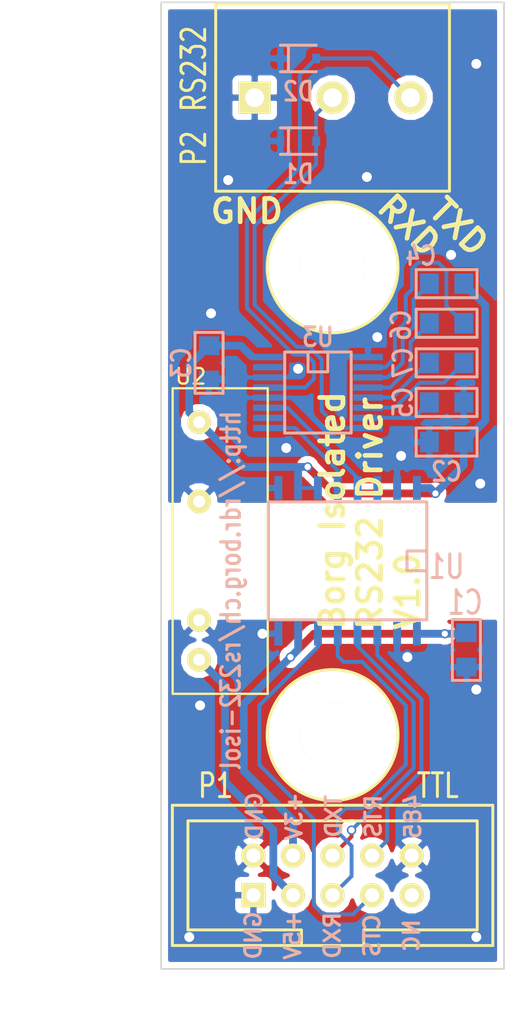
<source format=kicad_pcb>
(kicad_pcb (version 4) (host pcbnew 4.0.2+dfsg1-stable)

  (general
    (links 60)
    (no_connects 0)
    (area 78.300001 87.820269 111.256953 155.500001)
    (thickness 1.6)
    (drawings 21)
    (tracks 156)
    (zones 0)
    (modules 32)
    (nets 20)
  )

  (page A4)
  (layers
    (0 F.Cu signal)
    (31 B.Cu signal)
    (32 B.Adhes user)
    (33 F.Adhes user)
    (34 B.Paste user)
    (35 F.Paste user)
    (36 B.SilkS user)
    (37 F.SilkS user)
    (38 B.Mask user)
    (39 F.Mask user)
    (40 Dwgs.User user)
    (41 Cmts.User user)
    (42 Eco1.User user)
    (43 Eco2.User user)
    (44 Edge.Cuts user)
    (45 Margin user)
    (46 B.CrtYd user)
    (47 F.CrtYd user)
    (48 B.Fab user)
    (49 F.Fab user)
  )

  (setup
    (last_trace_width 0.25)
    (user_trace_width 0.25)
    (user_trace_width 0.5)
    (trace_clearance 0.2)
    (zone_clearance 0.4)
    (zone_45_only no)
    (trace_min 0.2)
    (segment_width 0.2)
    (edge_width 0.1)
    (via_size 0.6)
    (via_drill 0.4)
    (via_min_size 0.4)
    (via_min_drill 0.3)
    (uvia_size 0.3)
    (uvia_drill 0.1)
    (uvias_allowed no)
    (uvia_min_size 0.2)
    (uvia_min_drill 0.1)
    (pcb_text_width 0.3)
    (pcb_text_size 1.5 1.5)
    (mod_edge_width 0.15)
    (mod_text_size 1 1)
    (mod_text_width 0.15)
    (pad_size 4.19862 4.19862)
    (pad_drill 4.19862)
    (pad_to_mask_clearance 0)
    (aux_axis_origin 0 0)
    (visible_elements FFFFFF7F)
    (pcbplotparams
      (layerselection 0x010fc_80000001)
      (usegerberextensions false)
      (excludeedgelayer true)
      (linewidth 0.100000)
      (plotframeref false)
      (viasonmask false)
      (mode 1)
      (useauxorigin false)
      (hpglpennumber 1)
      (hpglpenspeed 20)
      (hpglpendiameter 15)
      (hpglpenoverlay 2)
      (psnegative false)
      (psa4output false)
      (plotreference true)
      (plotvalue true)
      (plotinvisibletext false)
      (padsonsilk false)
      (subtractmaskfromsilk false)
      (outputformat 1)
      (mirror false)
      (drillshape 0)
      (scaleselection 1)
      (outputdirectory production))
  )

  (net 0 "")
  (net 1 /+3.3VA)
  (net 2 /GNDA)
  (net 3 /+5VB)
  (net 4 /GNDB)
  (net 5 /+5VA)
  (net 6 /TXDA)
  (net 7 /RTSA)
  (net 8 /RXDA)
  (net 9 /RXDB)
  (net 10 /TXDB)
  (net 11 "Net-(C4-Pad2)")
  (net 12 "Net-(C5-Pad1)")
  (net 13 "Net-(C6-Pad1)")
  (net 14 "Net-(C6-Pad2)")
  (net 15 "Net-(C7-Pad1)")
  (net 16 "Net-(C7-Pad2)")
  (net 17 /RXD)
  (net 18 /TXD)
  (net 19 /CTSA)

  (net_class Default "This is the default net class."
    (clearance 0.2)
    (trace_width 0.25)
    (via_dia 0.6)
    (via_drill 0.4)
    (uvia_dia 0.3)
    (uvia_drill 0.1)
    (add_net /CTSA)
    (add_net /GNDA)
    (add_net /GNDB)
    (add_net /RTSA)
    (add_net /RXD)
    (add_net /RXDA)
    (add_net /RXDB)
    (add_net /TXD)
    (add_net /TXDA)
    (add_net /TXDB)
    (add_net "Net-(C4-Pad2)")
    (add_net "Net-(C5-Pad1)")
    (add_net "Net-(C6-Pad1)")
    (add_net "Net-(C6-Pad2)")
    (add_net "Net-(C7-Pad1)")
    (add_net "Net-(C7-Pad2)")
  )

  (net_class Power ""
    (clearance 0.2)
    (trace_width 0.5)
    (via_dia 0.6)
    (via_drill 0.4)
    (uvia_dia 0.3)
    (uvia_drill 0.1)
    (add_net /+3.3VA)
    (add_net /+5VA)
    (add_net /+5VB)
  )

  (module c_gen:C_SMT0805 (layer B.Cu) (tedit 57F74232) (tstamp 57F709BD)
    (at 108.585 129.54 270)
    (descr "Module C_SMT0805, length 3400 pad length 1200 width 1300")
    (path /57F66BF9)
    (fp_text reference C1 (at -3.04 0.085 360) (layer B.SilkS)
      (effects (font (size 1.524 1.143) (thickness 0.1905)) (justify mirror))
    )
    (fp_text value 100n (at 0 2.1717 270) (layer B.SilkS) hide
      (effects (font (size 1.524 1.143) (thickness 0.1905)) (justify mirror))
    )
    (fp_line (start -1.95326 -0.9017) (end 1.95326 -0.9017) (layer B.SilkS) (width 0.1905))
    (fp_line (start 1.95326 -0.9017) (end 1.95326 0.9017) (layer B.SilkS) (width 0.1905))
    (fp_line (start 1.95326 0.9017) (end -1.95326 0.9017) (layer B.SilkS) (width 0.1905))
    (fp_line (start -1.95326 0.9017) (end -1.95326 -0.9017) (layer B.SilkS) (width 0.1905))
    (pad 1 smd rect (at -1.09982 0 270) (size 1.19888 1.29794) (layers B.Cu B.Paste B.Mask)
      (net 1 /+3.3VA))
    (pad 2 smd rect (at 1.09982 0 270) (size 1.19888 1.29794) (layers B.Cu B.Paste B.Mask)
      (net 2 /GNDA))
  )

  (module c_gen:C_SMT0805 (layer B.Cu) (tedit 5812CD3E) (tstamp 57F709C7)
    (at 107.315 116.205 180)
    (descr "Module C_SMT0805, length 3400 pad length 1200 width 1300")
    (path /57F67124)
    (fp_text reference C2 (at 0 -1.905 360) (layer B.SilkS)
      (effects (font (size 1.2 1) (thickness 0.2)) (justify mirror))
    )
    (fp_text value 100n (at 0 2.1717 180) (layer B.SilkS) hide
      (effects (font (size 1.524 1.143) (thickness 0.1905)) (justify mirror))
    )
    (fp_line (start -1.95326 -0.9017) (end 1.95326 -0.9017) (layer B.SilkS) (width 0.1905))
    (fp_line (start 1.95326 -0.9017) (end 1.95326 0.9017) (layer B.SilkS) (width 0.1905))
    (fp_line (start 1.95326 0.9017) (end -1.95326 0.9017) (layer B.SilkS) (width 0.1905))
    (fp_line (start -1.95326 0.9017) (end -1.95326 -0.9017) (layer B.SilkS) (width 0.1905))
    (pad 1 smd rect (at -1.09982 0 180) (size 1.19888 1.29794) (layers B.Cu B.Paste B.Mask)
      (net 3 /+5VB))
    (pad 2 smd rect (at 1.09982 0 180) (size 1.19888 1.29794) (layers B.Cu B.Paste B.Mask)
      (net 4 /GNDB))
  )

  (module c_gen:C_SMT0805 (layer B.Cu) (tedit 5812CD2F) (tstamp 57F709D1)
    (at 92.075 111.125 270)
    (descr "Module C_SMT0805, length 3400 pad length 1200 width 1300")
    (path /57F67167)
    (fp_text reference C3 (at 0 1.778 450) (layer B.SilkS)
      (effects (font (size 1.2 1) (thickness 0.2)) (justify mirror))
    )
    (fp_text value 100n (at 0 2.1717 270) (layer B.SilkS) hide
      (effects (font (size 1.524 1.143) (thickness 0.1905)) (justify mirror))
    )
    (fp_line (start -1.95326 -0.9017) (end 1.95326 -0.9017) (layer B.SilkS) (width 0.1905))
    (fp_line (start 1.95326 -0.9017) (end 1.95326 0.9017) (layer B.SilkS) (width 0.1905))
    (fp_line (start 1.95326 0.9017) (end -1.95326 0.9017) (layer B.SilkS) (width 0.1905))
    (fp_line (start -1.95326 0.9017) (end -1.95326 -0.9017) (layer B.SilkS) (width 0.1905))
    (pad 1 smd rect (at -1.09982 0 270) (size 1.19888 1.29794) (layers B.Cu B.Paste B.Mask)
      (net 3 /+5VB))
    (pad 2 smd rect (at 1.09982 0 270) (size 1.19888 1.29794) (layers B.Cu B.Paste B.Mask)
      (net 4 /GNDB))
  )

  (module p_gen_conn:P_10_IDC (layer F.Cu) (tedit 57F7165C) (tstamp 57F70A23)
    (at 100 144)
    (descr "Module P_10_IDC, IDC connector, 10 pins")
    (path /57F66961)
    (fp_text reference P1 (at -7.5 -5.75) (layer F.SilkS)
      (effects (font (size 1.524 1.143) (thickness 0.1905)))
    )
    (fp_text value TTL (at 6.75 -5.75) (layer F.SilkS)
      (effects (font (size 1.524 1.143) (thickness 0.1905)))
    )
    (fp_line (start -10.27938 4.49834) (end 10.27938 4.49834) (layer F.SilkS) (width 0.1905))
    (fp_line (start 10.27938 4.49834) (end 10.27938 -4.49834) (layer F.SilkS) (width 0.1905))
    (fp_line (start 10.27938 -4.49834) (end -10.27938 -4.49834) (layer F.SilkS) (width 0.1905))
    (fp_line (start -10.27938 -4.49834) (end -10.27938 4.49834) (layer F.SilkS) (width 0.1905))
    (fp_line (start 1.99898 4.49834) (end 1.99898 3.49758) (layer F.SilkS) (width 0.1905))
    (fp_line (start 1.99898 3.49758) (end 9.27862 3.49758) (layer F.SilkS) (width 0.1905))
    (fp_line (start 9.27862 3.49758) (end 9.27862 -3.49758) (layer F.SilkS) (width 0.1905))
    (fp_line (start 9.27862 -3.49758) (end -9.27862 -3.49758) (layer F.SilkS) (width 0.1905))
    (fp_line (start -9.27862 -3.49758) (end -9.27862 3.49758) (layer F.SilkS) (width 0.1905))
    (fp_line (start -9.27862 3.49758) (end -1.99898 3.49758) (layer F.SilkS) (width 0.1905))
    (fp_line (start -1.99898 3.49758) (end -1.99898 4.49834) (layer F.SilkS) (width 0.1905))
    (pad 1 thru_hole rect (at -5.08 1.27) (size 1.54686 1.54686) (drill 0.89916) (layers *.Cu *.Mask F.SilkS)
      (net 2 /GNDA))
    (pad 3 thru_hole circle (at -2.54 1.27) (size 1.54686 1.54686) (drill 0.89916) (layers *.Cu *.Mask F.SilkS)
      (net 5 /+5VA))
    (pad 5 thru_hole circle (at 0 1.27) (size 1.54686 1.54686) (drill 0.89916) (layers *.Cu *.Mask F.SilkS)
      (net 8 /RXDA))
    (pad 7 thru_hole circle (at 2.54 1.27) (size 1.54686 1.54686) (drill 0.89916) (layers *.Cu *.Mask F.SilkS)
      (net 19 /CTSA))
    (pad 9 thru_hole circle (at 5.08 1.27) (size 1.54686 1.54686) (drill 0.89916) (layers *.Cu *.Mask F.SilkS))
    (pad 2 thru_hole circle (at -5.08 -1.27) (size 1.54686 1.54686) (drill 0.89916) (layers *.Cu *.Mask F.SilkS)
      (net 2 /GNDA))
    (pad 4 thru_hole circle (at -2.54 -1.27) (size 1.54686 1.54686) (drill 0.89916) (layers *.Cu *.Mask F.SilkS)
      (net 1 /+3.3VA))
    (pad 6 thru_hole circle (at 0 -1.27) (size 1.54686 1.54686) (drill 0.89916) (layers *.Cu *.Mask F.SilkS)
      (net 6 /TXDA))
    (pad 8 thru_hole circle (at 2.54 -1.27) (size 1.54686 1.54686) (drill 0.89916) (layers *.Cu *.Mask F.SilkS)
      (net 7 /RTSA))
    (pad 10 thru_hole circle (at 5.08 -1.27) (size 1.54686 1.54686) (drill 0.89916) (layers *.Cu *.Mask F.SilkS)
      (net 2 /GNDA))
  )

  (module p_gen_conn:P_3_SCRTERM_5M (layer F.Cu) (tedit 57F7989B) (tstamp 57F70A2E)
    (at 100 94.115)
    (descr "Module P_3_SCRTERM_5M, screw terminal 3 pins 5M")
    (path /57F68AA3)
    (fp_text reference P2 (at -8.9 3.25 90) (layer F.SilkS)
      (effects (font (size 1.524 1.143) (thickness 0.1905)))
    )
    (fp_text value RS232 (at -8.9 -1.85 90) (layer F.SilkS)
      (effects (font (size 1.524 1.143) (thickness 0.1905)))
    )
    (fp_line (start -7.49808 5.99948) (end 7.49808 5.99948) (layer F.SilkS) (width 0.1905))
    (fp_line (start 7.49808 5.99948) (end 7.49808 -5.99948) (layer F.SilkS) (width 0.1905))
    (fp_line (start 7.49808 -5.99948) (end -7.49808 -5.99948) (layer F.SilkS) (width 0.1905))
    (fp_line (start -7.49808 -5.99948) (end -7.49808 5.99948) (layer F.SilkS) (width 0.1905))
    (pad 1 thru_hole rect (at -4.99872 0) (size 2.06248 2.06248) (drill 1.19888) (layers *.Cu *.Mask F.SilkS)
      (net 4 /GNDB))
    (pad 2 thru_hole circle (at 0 0) (size 2.06248 2.06248) (drill 1.19888) (layers *.Cu *.Mask F.SilkS)
      (net 17 /RXD))
    (pad 3 thru_hole circle (at 4.99872 0) (size 2.06248 2.06248) (drill 1.19888) (layers *.Cu *.Mask F.SilkS)
      (net 18 /TXD))
  )

  (module u_gen_smt:U_16_SO16W (layer B.Cu) (tedit 57F74237) (tstamp 57F70A67)
    (at 100.965 123.825 180)
    (descr "Module SO16W, 16 Pins")
    (tags SO16W)
    (path /57F66B15)
    (fp_text reference U1 (at -6.335 -0.375 180) (layer B.SilkS)
      (effects (font (size 1.524 1.143) (thickness 0.1905)) (justify mirror))
    )
    (fp_text value SI8442 (at 2.54 0 180) (layer B.SilkS) hide
      (effects (font (size 1.524 1.143) (thickness 0.1905)) (justify mirror))
    )
    (fp_line (start -5.08 3.7846) (end 5.08 3.7846) (layer B.SilkS) (width 0.1905))
    (fp_line (start 5.08 3.7846) (end 5.08 -3.7846) (layer B.SilkS) (width 0.1905))
    (fp_line (start 5.08 -3.7846) (end -5.08 -3.7846) (layer B.SilkS) (width 0.1905))
    (fp_line (start -5.08 -3.7846) (end -5.08 3.7846) (layer B.SilkS) (width 0.1905))
    (fp_line (start -5.08 0.635) (end -3.81 0.635) (layer B.SilkS) (width 0.1905))
    (fp_line (start -3.81 0.635) (end -3.81 -0.635) (layer B.SilkS) (width 0.1905))
    (fp_line (start -3.81 -0.635) (end -5.08 -0.635) (layer B.SilkS) (width 0.1905))
    (pad 1 smd rect (at -4.445 -4.6736 180) (size 0.508 1.524) (layers B.Cu B.Paste B.Mask)
      (net 1 /+3.3VA))
    (pad 2 smd rect (at -3.175 -4.6736 180) (size 0.508 1.524) (layers B.Cu B.Paste B.Mask)
      (net 2 /GNDA))
    (pad 3 smd rect (at -1.905 -4.6736 180) (size 0.508 1.524) (layers B.Cu B.Paste B.Mask)
      (net 7 /RTSA))
    (pad 4 smd rect (at -0.635 -4.6736 180) (size 0.508 1.524) (layers B.Cu B.Paste B.Mask)
      (net 6 /TXDA))
    (pad 5 smd rect (at 0.635 -4.6736 180) (size 0.508 1.524) (layers B.Cu B.Paste B.Mask)
      (net 8 /RXDA))
    (pad 6 smd rect (at 1.905 -4.6736 180) (size 0.508 1.524) (layers B.Cu B.Paste B.Mask)
      (net 19 /CTSA))
    (pad 7 smd rect (at 3.175 -4.6736 180) (size 0.508 1.524) (layers B.Cu B.Paste B.Mask)
      (net 1 /+3.3VA))
    (pad 8 smd rect (at 4.445 -4.6736 180) (size 0.508 1.524) (layers B.Cu B.Paste B.Mask)
      (net 2 /GNDA))
    (pad 9 smd rect (at 4.445 4.6736 180) (size 0.508 1.524) (layers B.Cu B.Paste B.Mask)
      (net 4 /GNDB))
    (pad 10 smd rect (at 3.175 4.6736 180) (size 0.508 1.524) (layers B.Cu B.Paste B.Mask)
      (net 3 /+5VB))
    (pad 11 smd rect (at 1.905 4.6736 180) (size 0.508 1.524) (layers B.Cu B.Paste B.Mask)
      (net 3 /+5VB))
    (pad 12 smd rect (at 0.635 4.6736 180) (size 0.508 1.524) (layers B.Cu B.Paste B.Mask)
      (net 9 /RXDB))
    (pad 13 smd rect (at -0.635 4.6736 180) (size 0.508 1.524) (layers B.Cu B.Paste B.Mask)
      (net 10 /TXDB))
    (pad 14 smd rect (at -1.905 4.6736 180) (size 0.508 1.524) (layers B.Cu B.Paste B.Mask))
    (pad 15 smd rect (at -3.175 4.6736 180) (size 0.508 1.524) (layers B.Cu B.Paste B.Mask)
      (net 4 /GNDB))
    (pad 16 smd rect (at -4.445 4.6736 180) (size 0.508 1.524) (layers B.Cu B.Paste B.Mask)
      (net 3 /+5VB))
  )

  (module misc:U_4_MORNSUN_F_S-1WR2 (layer F.Cu) (tedit 57F742F9) (tstamp 57F70A73)
    (at 91.44 122.555 90)
    (path /57F66AD2)
    (fp_text reference U2 (at 10.555 -0.54 180) (layer F.SilkS)
      (effects (font (size 1 1) (thickness 0.15)))
    )
    (fp_text value F0505S-1W (at -0.1 2.4 90) (layer F.Fab) hide
      (effects (font (size 1 1) (thickness 0.15)))
    )
    (fp_line (start -9.8 -1.7) (end 9.8 -1.7) (layer F.SilkS) (width 0.15))
    (fp_line (start 9.8 -1.7) (end 9.8 4.4) (layer F.SilkS) (width 0.15))
    (fp_line (start 9.8 4.4) (end -9.8 4.4) (layer F.SilkS) (width 0.15))
    (fp_line (start -9.8 4.4) (end -9.8 -1.7) (layer F.SilkS) (width 0.15))
    (pad 1 thru_hole circle (at -7.62 0 90) (size 1.524 1.524) (drill 0.762) (layers *.Cu *.Mask F.SilkS)
      (net 5 /+5VA))
    (pad 2 thru_hole circle (at -5.08 0 90) (size 1.524 1.524) (drill 0.762) (layers *.Cu *.Mask F.SilkS)
      (net 2 /GNDA))
    (pad 3 thru_hole circle (at 7.62 0 90) (size 1.524 1.524) (drill 0.762) (layers *.Cu *.Mask F.SilkS)
      (net 3 /+5VB))
    (pad 4 thru_hole circle (at 2.54 0 90) (size 1.524 1.524) (drill 0.762) (layers *.Cu *.Mask F.SilkS)
      (net 4 /GNDB))
  )

  (module misc:VIA25MIL (layer F.Cu) (tedit 566AE81A) (tstamp 57F73F85)
    (at 90.805 147.955)
    (path /57F74124)
    (fp_text reference V1 (at 0.127 -1.27) (layer F.SilkS) hide
      (effects (font (size 1 1) (thickness 0.15)))
    )
    (fp_text value VIA (at 0 1.397) (layer F.SilkS) hide
      (effects (font (size 1 1) (thickness 0.15)))
    )
    (pad 0 thru_hole circle (at 0 0) (size 0.889 0.889) (drill 0.635) (layers *.Cu)
      (net 2 /GNDA) (zone_connect 2))
  )

  (module misc:VIA25MIL (layer F.Cu) (tedit 566AE81A) (tstamp 57F73F8A)
    (at 109.22 147.955)
    (path /57F74167)
    (fp_text reference V2 (at 0.127 -1.27) (layer F.SilkS) hide
      (effects (font (size 1 1) (thickness 0.15)))
    )
    (fp_text value VIA (at 0 1.397) (layer F.SilkS) hide
      (effects (font (size 1 1) (thickness 0.15)))
    )
    (pad 0 thru_hole circle (at 0 0) (size 0.889 0.889) (drill 0.635) (layers *.Cu)
      (net 2 /GNDA) (zone_connect 2))
  )

  (module misc:VIA25MIL (layer F.Cu) (tedit 566AE81A) (tstamp 57F73F8F)
    (at 91.5 133.1)
    (path /57F74196)
    (fp_text reference V3 (at 0.127 -1.27) (layer F.SilkS) hide
      (effects (font (size 1 1) (thickness 0.15)))
    )
    (fp_text value VIA (at 0 1.397) (layer F.SilkS) hide
      (effects (font (size 1 1) (thickness 0.15)))
    )
    (pad 0 thru_hole circle (at 0 0) (size 0.889 0.889) (drill 0.635) (layers *.Cu)
      (net 2 /GNDA) (zone_connect 2))
  )

  (module misc:VIA25MIL (layer F.Cu) (tedit 566AE81A) (tstamp 57F73F94)
    (at 95.5 128.5)
    (path /57F7419C)
    (fp_text reference V4 (at 0.127 -1.27) (layer F.SilkS) hide
      (effects (font (size 1 1) (thickness 0.15)))
    )
    (fp_text value VIA (at 0 1.397) (layer F.SilkS) hide
      (effects (font (size 1 1) (thickness 0.15)))
    )
    (pad 0 thru_hole circle (at 0 0) (size 0.889 0.889) (drill 0.635) (layers *.Cu)
      (net 2 /GNDA) (zone_connect 2))
  )

  (module misc:VIA25MIL (layer F.Cu) (tedit 566AE81A) (tstamp 57F73F99)
    (at 109.22 132.08)
    (path /57F74201)
    (fp_text reference V5 (at 0.127 -1.27) (layer F.SilkS) hide
      (effects (font (size 1 1) (thickness 0.15)))
    )
    (fp_text value VIA (at 0 1.397) (layer F.SilkS) hide
      (effects (font (size 1 1) (thickness 0.15)))
    )
    (pad 0 thru_hole circle (at 0 0) (size 0.889 0.889) (drill 0.635) (layers *.Cu)
      (net 2 /GNDA) (zone_connect 2))
  )

  (module misc:VIA25MIL (layer F.Cu) (tedit 566AE81A) (tstamp 57F73F9E)
    (at 104.8 130)
    (path /57F74207)
    (fp_text reference V6 (at 0.127 -1.27) (layer F.SilkS) hide
      (effects (font (size 1 1) (thickness 0.15)))
    )
    (fp_text value VIA (at 0 1.397) (layer F.SilkS) hide
      (effects (font (size 1 1) (thickness 0.15)))
    )
    (pad 0 thru_hole circle (at 0 0) (size 0.889 0.889) (drill 0.635) (layers *.Cu)
      (net 2 /GNDA) (zone_connect 2))
  )

  (module misc:VIA25MIL (layer F.Cu) (tedit 566AE81A) (tstamp 57F73FB7)
    (at 102.2 99.2)
    (path /57F74D22)
    (fp_text reference V11 (at 0.127 -1.27) (layer F.SilkS) hide
      (effects (font (size 1 1) (thickness 0.15)))
    )
    (fp_text value VIA (at 0 1.397) (layer F.SilkS) hide
      (effects (font (size 1 1) (thickness 0.15)))
    )
    (pad 0 thru_hole circle (at 0 0) (size 0.889 0.889) (drill 0.635) (layers *.Cu)
      (net 4 /GNDB) (zone_connect 2))
  )

  (module misc:VIA25MIL (layer F.Cu) (tedit 566AE81A) (tstamp 57F73FBC)
    (at 109.22 91.948)
    (path /57F74D28)
    (fp_text reference V12 (at 0.127 -1.27) (layer F.SilkS) hide
      (effects (font (size 1 1) (thickness 0.15)))
    )
    (fp_text value VIA (at 0 1.397) (layer F.SilkS) hide
      (effects (font (size 1 1) (thickness 0.15)))
    )
    (pad 0 thru_hole circle (at 0 0) (size 0.889 0.889) (drill 0.635) (layers *.Cu)
      (net 4 /GNDB) (zone_connect 2))
  )

  (module misc:VIA25MIL (layer F.Cu) (tedit 566AE81A) (tstamp 57F73FC1)
    (at 93.3 99.4)
    (path /57F74D2E)
    (fp_text reference V13 (at 0.127 -1.27) (layer F.SilkS) hide
      (effects (font (size 1 1) (thickness 0.15)))
    )
    (fp_text value VIA (at 0 1.397) (layer F.SilkS) hide
      (effects (font (size 1 1) (thickness 0.15)))
    )
    (pad 0 thru_hole circle (at 0 0) (size 0.889 0.889) (drill 0.635) (layers *.Cu)
      (net 4 /GNDB) (zone_connect 2))
  )

  (module misc:VIA25MIL (layer F.Cu) (tedit 566AE81A) (tstamp 57F73FC6)
    (at 92.202 107.95)
    (path /57F74D34)
    (fp_text reference V14 (at 0.127 -1.27) (layer F.SilkS) hide
      (effects (font (size 1 1) (thickness 0.15)))
    )
    (fp_text value VIA (at 0 1.397) (layer F.SilkS) hide
      (effects (font (size 1 1) (thickness 0.15)))
    )
    (pad 0 thru_hole circle (at 0 0) (size 0.889 0.889) (drill 0.635) (layers *.Cu)
      (net 4 /GNDB) (zone_connect 2))
  )

  (module misc:VIA25MIL (layer F.Cu) (tedit 566AE81A) (tstamp 57F73FCB)
    (at 97.79 111.506)
    (path /57F74D3A)
    (fp_text reference V15 (at 0.127 -1.27) (layer F.SilkS) hide
      (effects (font (size 1 1) (thickness 0.15)))
    )
    (fp_text value VIA (at 0 1.397) (layer F.SilkS) hide
      (effects (font (size 1 1) (thickness 0.15)))
    )
    (pad 0 thru_hole circle (at 0 0) (size 0.889 0.889) (drill 0.635) (layers *.Cu)
      (net 4 /GNDB) (zone_connect 2))
  )

  (module misc:VIA25MIL (layer F.Cu) (tedit 566AE81A) (tstamp 57F73FD0)
    (at 104.394 117.094)
    (path /57F74D40)
    (fp_text reference V16 (at 0.127 -1.27) (layer F.SilkS) hide
      (effects (font (size 1 1) (thickness 0.15)))
    )
    (fp_text value VIA (at 0 1.397) (layer F.SilkS) hide
      (effects (font (size 1 1) (thickness 0.15)))
    )
    (pad 0 thru_hole circle (at 0 0) (size 0.889 0.889) (drill 0.635) (layers *.Cu)
      (net 4 /GNDB) (zone_connect 2))
  )

  (module misc:VIA25MIL (layer F.Cu) (tedit 566AE81A) (tstamp 57F73FD5)
    (at 97.028 116.586)
    (path /57F74D46)
    (fp_text reference V17 (at 0.127 -1.27) (layer F.SilkS) hide
      (effects (font (size 1 1) (thickness 0.15)))
    )
    (fp_text value VIA (at 0 1.397) (layer F.SilkS) hide
      (effects (font (size 1 1) (thickness 0.15)))
    )
    (pad 0 thru_hole circle (at 0 0) (size 0.889 0.889) (drill 0.635) (layers *.Cu)
      (net 4 /GNDB) (zone_connect 2))
  )

  (module misc:VIA25MIL (layer F.Cu) (tedit 566AE81A) (tstamp 57F73FDA)
    (at 109.474 118.872)
    (path /57F74D4C)
    (fp_text reference V18 (at 0.127 -1.27) (layer F.SilkS) hide
      (effects (font (size 1 1) (thickness 0.15)))
    )
    (fp_text value VIA (at 0 1.397) (layer F.SilkS) hide
      (effects (font (size 1 1) (thickness 0.15)))
    )
    (pad 0 thru_hole circle (at 0 0) (size 0.889 0.889) (drill 0.635) (layers *.Cu)
      (net 4 /GNDB) (zone_connect 2))
  )

  (module misc:VIA25MIL (layer F.Cu) (tedit 566AE81A) (tstamp 57F73FDF)
    (at 102.87 109.474)
    (path /57F74D52)
    (fp_text reference V19 (at 0.127 -1.27) (layer F.SilkS) hide
      (effects (font (size 1 1) (thickness 0.15)))
    )
    (fp_text value VIA (at 0 1.397) (layer F.SilkS) hide
      (effects (font (size 1 1) (thickness 0.15)))
    )
    (pad 0 thru_hole circle (at 0 0) (size 0.889 0.889) (drill 0.635) (layers *.Cu)
      (net 4 /GNDB) (zone_connect 2))
  )

  (module misc:VIA25MIL (layer F.Cu) (tedit 566AE81A) (tstamp 57F73FE4)
    (at 107.6 104.2)
    (path /57F74D58)
    (fp_text reference V20 (at 0.127 -1.27) (layer F.SilkS) hide
      (effects (font (size 1 1) (thickness 0.15)))
    )
    (fp_text value VIA (at 0 1.397) (layer F.SilkS) hide
      (effects (font (size 1 1) (thickness 0.15)))
    )
    (pad 0 thru_hole circle (at 0 0) (size 0.889 0.889) (drill 0.635) (layers *.Cu)
      (net 4 /GNDB) (zone_connect 2))
  )

  (module c_gen:C_SMT0805 (layer B.Cu) (tedit 5812CD90) (tstamp 57F7CD17)
    (at 107.315 106.045 180)
    (descr "Module C_SMT0805, length 3400 pad length 1200 width 1300")
    (path /57F7DD62)
    (fp_text reference C4 (at 1.651 1.778 180) (layer B.SilkS)
      (effects (font (size 1.2 1) (thickness 0.2)) (justify mirror))
    )
    (fp_text value 100n (at 0 2.1717 180) (layer B.SilkS) hide
      (effects (font (size 1.524 1.143) (thickness 0.1905)) (justify mirror))
    )
    (fp_line (start -1.95326 -0.9017) (end 1.95326 -0.9017) (layer B.SilkS) (width 0.1905))
    (fp_line (start 1.95326 -0.9017) (end 1.95326 0.9017) (layer B.SilkS) (width 0.1905))
    (fp_line (start 1.95326 0.9017) (end -1.95326 0.9017) (layer B.SilkS) (width 0.1905))
    (fp_line (start -1.95326 0.9017) (end -1.95326 -0.9017) (layer B.SilkS) (width 0.1905))
    (pad 1 smd rect (at -1.09982 0 180) (size 1.19888 1.29794) (layers B.Cu B.Paste B.Mask)
      (net 3 /+5VB))
    (pad 2 smd rect (at 1.09982 0 180) (size 1.19888 1.29794) (layers B.Cu B.Paste B.Mask)
      (net 11 "Net-(C4-Pad2)"))
  )

  (module c_gen:C_SMT0805 (layer B.Cu) (tedit 5812CD7E) (tstamp 57F7CD21)
    (at 107.315 113.665)
    (descr "Module C_SMT0805, length 3400 pad length 1200 width 1300")
    (path /57F7DD96)
    (fp_text reference C5 (at -2.794 0 90) (layer B.SilkS)
      (effects (font (size 1.2 1) (thickness 0.2)) (justify mirror))
    )
    (fp_text value 100n (at 0 2.1717) (layer B.SilkS) hide
      (effects (font (size 1.524 1.143) (thickness 0.1905)) (justify mirror))
    )
    (fp_line (start -1.95326 -0.9017) (end 1.95326 -0.9017) (layer B.SilkS) (width 0.1905))
    (fp_line (start 1.95326 -0.9017) (end 1.95326 0.9017) (layer B.SilkS) (width 0.1905))
    (fp_line (start 1.95326 0.9017) (end -1.95326 0.9017) (layer B.SilkS) (width 0.1905))
    (fp_line (start -1.95326 0.9017) (end -1.95326 -0.9017) (layer B.SilkS) (width 0.1905))
    (pad 1 smd rect (at -1.09982 0) (size 1.19888 1.29794) (layers B.Cu B.Paste B.Mask)
      (net 12 "Net-(C5-Pad1)"))
    (pad 2 smd rect (at 1.09982 0) (size 1.19888 1.29794) (layers B.Cu B.Paste B.Mask)
      (net 4 /GNDB))
  )

  (module c_gen:C_SMT0805 (layer B.Cu) (tedit 5812CD88) (tstamp 57F7CD2B)
    (at 107.315 108.585 180)
    (descr "Module C_SMT0805, length 3400 pad length 1200 width 1300")
    (path /57F7DE30)
    (fp_text reference C6 (at 2.921 -0.127 270) (layer B.SilkS)
      (effects (font (size 1.2 1) (thickness 0.2)) (justify mirror))
    )
    (fp_text value 100n (at 0 2.1717 180) (layer B.SilkS) hide
      (effects (font (size 1.524 1.143) (thickness 0.1905)) (justify mirror))
    )
    (fp_line (start -1.95326 -0.9017) (end 1.95326 -0.9017) (layer B.SilkS) (width 0.1905))
    (fp_line (start 1.95326 -0.9017) (end 1.95326 0.9017) (layer B.SilkS) (width 0.1905))
    (fp_line (start 1.95326 0.9017) (end -1.95326 0.9017) (layer B.SilkS) (width 0.1905))
    (fp_line (start -1.95326 0.9017) (end -1.95326 -0.9017) (layer B.SilkS) (width 0.1905))
    (pad 1 smd rect (at -1.09982 0 180) (size 1.19888 1.29794) (layers B.Cu B.Paste B.Mask)
      (net 13 "Net-(C6-Pad1)"))
    (pad 2 smd rect (at 1.09982 0 180) (size 1.19888 1.29794) (layers B.Cu B.Paste B.Mask)
      (net 14 "Net-(C6-Pad2)"))
  )

  (module c_gen:C_SMT0805 (layer B.Cu) (tedit 5812CD83) (tstamp 57F7CD35)
    (at 107.315 111.125)
    (descr "Module C_SMT0805, length 3400 pad length 1200 width 1300")
    (path /57F7DE36)
    (fp_text reference C7 (at -2.794 0 90) (layer B.SilkS)
      (effects (font (size 1.2 1) (thickness 0.2)) (justify mirror))
    )
    (fp_text value 100n (at 0 2.1717) (layer B.SilkS) hide
      (effects (font (size 1.524 1.143) (thickness 0.1905)) (justify mirror))
    )
    (fp_line (start -1.95326 -0.9017) (end 1.95326 -0.9017) (layer B.SilkS) (width 0.1905))
    (fp_line (start 1.95326 -0.9017) (end 1.95326 0.9017) (layer B.SilkS) (width 0.1905))
    (fp_line (start 1.95326 0.9017) (end -1.95326 0.9017) (layer B.SilkS) (width 0.1905))
    (fp_line (start -1.95326 0.9017) (end -1.95326 -0.9017) (layer B.SilkS) (width 0.1905))
    (pad 1 smd rect (at -1.09982 0) (size 1.19888 1.29794) (layers B.Cu B.Paste B.Mask)
      (net 15 "Net-(C7-Pad1)"))
    (pad 2 smd rect (at 1.09982 0) (size 1.19888 1.29794) (layers B.Cu B.Paste B.Mask)
      (net 16 "Net-(C7-Pad2)"))
  )

  (module u_gen_smt:U_16_SSOP65 (layer B.Cu) (tedit 5812CD4D) (tstamp 57F7CD40)
    (at 99.06 113.03 270)
    (descr "Module SSOP65, 16 Pins")
    (tags SSOP65)
    (path /57F7D382)
    (fp_text reference U3 (at -3.556 0 360) (layer B.SilkS)
      (effects (font (size 1.2 1) (thickness 0.2)) (justify mirror))
    )
    (fp_text value MAX221 (at 5.59054 0 270) (layer B.SilkS) hide
      (effects (font (size 1.524 1.143) (thickness 0.1905)) (justify mirror))
    )
    (fp_line (start -2.59842 2.1336) (end 2.59842 2.1336) (layer B.SilkS) (width 0.1905))
    (fp_line (start 2.59842 2.1336) (end 2.59842 -2.1336) (layer B.SilkS) (width 0.1905))
    (fp_line (start 2.59842 -2.1336) (end -2.59842 -2.1336) (layer B.SilkS) (width 0.1905))
    (fp_line (start -2.59842 -2.1336) (end -2.59842 2.1336) (layer B.SilkS) (width 0.1905))
    (fp_line (start -2.59842 0.635) (end -1.32842 0.635) (layer B.SilkS) (width 0.1905))
    (fp_line (start -1.32842 0.635) (end -1.32842 -0.635) (layer B.SilkS) (width 0.1905))
    (fp_line (start -1.32842 -0.635) (end -2.59842 -0.635) (layer B.SilkS) (width 0.1905))
    (pad 1 smd rect (at -2.2733 -3.21056 270) (size 0.4064 1.905) (layers B.Cu B.Paste B.Mask)
      (net 4 /GNDB))
    (pad 2 smd rect (at -1.62306 -3.21056 270) (size 0.4064 1.905) (layers B.Cu B.Paste B.Mask)
      (net 13 "Net-(C6-Pad1)"))
    (pad 3 smd rect (at -0.97282 -3.21056 270) (size 0.4064 1.905) (layers B.Cu B.Paste B.Mask)
      (net 11 "Net-(C4-Pad2)"))
    (pad 4 smd rect (at -0.32258 -3.21056 270) (size 0.4064 1.905) (layers B.Cu B.Paste B.Mask)
      (net 14 "Net-(C6-Pad2)"))
    (pad 5 smd rect (at 0.32258 -3.21056 270) (size 0.4064 1.905) (layers B.Cu B.Paste B.Mask)
      (net 15 "Net-(C7-Pad1)"))
    (pad 6 smd rect (at 0.97282 -3.21056 270) (size 0.4064 1.905) (layers B.Cu B.Paste B.Mask)
      (net 16 "Net-(C7-Pad2)"))
    (pad 7 smd rect (at 1.62306 -3.21056 270) (size 0.4064 1.905) (layers B.Cu B.Paste B.Mask)
      (net 12 "Net-(C5-Pad1)"))
    (pad 8 smd rect (at 2.2733 -3.21056 270) (size 0.4064 1.905) (layers B.Cu B.Paste B.Mask)
      (net 17 /RXD))
    (pad 9 smd rect (at 2.2733 3.21056 270) (size 0.4064 1.905) (layers B.Cu B.Paste B.Mask)
      (net 9 /RXDB))
    (pad 10 smd rect (at 1.62306 3.21056 270) (size 0.4064 1.905) (layers B.Cu B.Paste B.Mask))
    (pad 11 smd rect (at 0.97282 3.21056 270) (size 0.4064 1.905) (layers B.Cu B.Paste B.Mask)
      (net 10 /TXDB))
    (pad 12 smd rect (at 0.32258 3.21056 270) (size 0.4064 1.905) (layers B.Cu B.Paste B.Mask)
      (net 4 /GNDB))
    (pad 13 smd rect (at -0.32258 3.21056 270) (size 0.4064 1.905) (layers B.Cu B.Paste B.Mask)
      (net 18 /TXD))
    (pad 14 smd rect (at -0.97282 3.21056 270) (size 0.4064 1.905) (layers B.Cu B.Paste B.Mask)
      (net 4 /GNDB))
    (pad 15 smd rect (at -1.62306 3.21056 270) (size 0.4064 1.905) (layers B.Cu B.Paste B.Mask))
    (pad 16 smd rect (at -2.2733 3.21056 270) (size 0.4064 1.905) (layers B.Cu B.Paste B.Mask)
      (net 3 /+5VB))
  )

  (module mech_gen:HOLE_4_2MM_8_4 (layer F.Cu) (tedit 57F7CFCC) (tstamp 57F7CC7D)
    (at 100 105)
    (descr "Module HOLE_4_2MM_8_4, hole 4.200000MM, space 8.400000")
    (path /57F7174F)
    (fp_text reference M1 (at 0 5.08) (layer F.SilkS) hide
      (effects (font (size 1.524 1.143) (thickness 0.1905)))
    )
    (fp_text value HOLE (at 0 -5.08) (layer F.SilkS) hide
      (effects (font (size 1.524 1.143) (thickness 0.1905)))
    )
    (fp_circle (center 0 0) (end 4.19862 0) (layer F.SilkS) (width 0.1905))
    (pad "" np_thru_hole circle (at 0 0) (size 4.19862 4.19862) (drill 4.19862) (layers *.Cu *.SilkS *.Mask)
      (clearance 2.1))
  )

  (module mech_gen:HOLE_4_2MM_8_4 (layer F.Cu) (tedit 57F7CFD4) (tstamp 57F7CC82)
    (at 100 135)
    (descr "Module HOLE_4_2MM_8_4, hole 4.200000MM, space 8.400000")
    (path /57F717E2)
    (fp_text reference M2 (at 0 5.08) (layer F.SilkS) hide
      (effects (font (size 1.524 1.143) (thickness 0.1905)))
    )
    (fp_text value HOLE (at 0 -5.08) (layer F.SilkS) hide
      (effects (font (size 1.524 1.143) (thickness 0.1905)))
    )
    (fp_circle (center 0 0) (end 4.19862 0) (layer F.SilkS) (width 0.1905))
    (pad "" np_thru_hole circle (at 0 0) (size 4.19862 4.19862) (drill 4.19862) (layers *.Cu *.SilkS *.Mask)
      (clearance 2.1))
  )

  (module d_gen:D_SOD323 (layer B.Cu) (tedit 5812CDA5) (tstamp 57F906CC)
    (at 97.8 96.9)
    (descr "Module D_SOD323")
    (path /57F90816)
    (fp_text reference D1 (at 0 2.1209) (layer B.SilkS)
      (effects (font (size 1.2 1) (thickness 0.2)) (justify mirror))
    )
    (fp_text value PSD12C (at 0 -2.1209) (layer B.SilkS) hide
      (effects (font (size 1.524 1.143) (thickness 0.1905)) (justify mirror))
    )
    (fp_line (start -1.14808 0.8509) (end 1.14808 0.8509) (layer B.SilkS) (width 0.1905))
    (fp_line (start -1.14808 -0.8509) (end 1.14808 -0.8509) (layer B.SilkS) (width 0.1905))
    (fp_line (start -0.63246 0.8509) (end -0.63246 -0.8509) (layer B.SilkS) (width 0.1905))
    (pad 1 smd rect (at -1.14808 0) (size 0.49784 0.59944) (layers B.Cu B.Paste B.Mask)
      (net 4 /GNDB))
    (pad 2 smd rect (at 1.14808 0) (size 0.49784 0.59944) (layers B.Cu B.Paste B.Mask)
      (net 17 /RXD))
  )

  (module d_gen:D_SOD323 (layer B.Cu) (tedit 5812CD9D) (tstamp 57F906D5)
    (at 97.8 91.6)
    (descr "Module D_SOD323")
    (path /57F90F57)
    (fp_text reference D2 (at 0 2.1209) (layer B.SilkS)
      (effects (font (size 1.2 1) (thickness 0.2)) (justify mirror))
    )
    (fp_text value PSD12C (at 0 -2.1209) (layer B.SilkS) hide
      (effects (font (size 1.524 1.143) (thickness 0.1905)) (justify mirror))
    )
    (fp_line (start -1.14808 0.8509) (end 1.14808 0.8509) (layer B.SilkS) (width 0.1905))
    (fp_line (start -1.14808 -0.8509) (end 1.14808 -0.8509) (layer B.SilkS) (width 0.1905))
    (fp_line (start -0.63246 0.8509) (end -0.63246 -0.8509) (layer B.SilkS) (width 0.1905))
    (pad 1 smd rect (at -1.14808 0) (size 0.49784 0.59944) (layers B.Cu B.Paste B.Mask)
      (net 4 /GNDB))
    (pad 2 smd rect (at 1.14808 0) (size 0.49784 0.59944) (layers B.Cu B.Paste B.Mask)
      (net 18 /TXD))
  )

  (gr_text 485 (at 105.156 140.208 90) (layer B.SilkS) (tstamp 5812C90A)
    (effects (font (size 1 1) (thickness 0.2)) (justify mirror))
  )
  (gr_text NC (at 105.069 147.859 90) (layer B.SilkS) (tstamp 5812C909)
    (effects (font (size 1 1) (thickness 0.2)) (justify mirror))
  )
  (gr_text TXD (at 100.076 140.208 90) (layer B.SilkS) (tstamp 5812C905)
    (effects (font (size 1 1) (thickness 0.2)) (justify mirror))
  )
  (gr_text RXD (at 99.989 147.859 90) (layer B.SilkS) (tstamp 5812C904)
    (effects (font (size 1 1) (thickness 0.2)) (justify mirror))
  )
  (gr_text CTS (at 102.529 147.859 90) (layer B.SilkS) (tstamp 5812C903)
    (effects (font (size 1 1) (thickness 0.2)) (justify mirror))
  )
  (gr_text RTS (at 102.616 140.208 90) (layer B.SilkS) (tstamp 5812C902)
    (effects (font (size 1 1) (thickness 0.2)) (justify mirror))
  )
  (gr_text +3V (at 97.536 140.208 90) (layer B.SilkS) (tstamp 5812C8FD)
    (effects (font (size 1 1) (thickness 0.2)) (justify mirror))
  )
  (gr_text +5V (at 97.449 147.859 90) (layer B.SilkS) (tstamp 5812C8FC)
    (effects (font (size 1 1) (thickness 0.2)) (justify mirror))
  )
  (gr_text GND (at 94.909 147.859 90) (layer B.SilkS)
    (effects (font (size 1 1) (thickness 0.2)) (justify mirror))
  )
  (gr_text GND (at 94.996 140.208 90) (layer B.SilkS)
    (effects (font (size 1 1) (thickness 0.2)) (justify mirror))
  )
  (gr_text http://rdr.borg.ch/rs232-isol (at 93.472 125.73 90) (layer B.SilkS)
    (effects (font (size 1.2 1) (thickness 0.2)) (justify mirror))
  )
  (dimension 62 (width 0.3) (layer Cmts.User)
    (gr_text "62.000 mm" (at 84.95 119 90) (layer Cmts.User)
      (effects (font (size 1.5 1.5) (thickness 0.3)))
    )
    (feature1 (pts (xy 89 88) (xy 83.6 88)))
    (feature2 (pts (xy 89 150) (xy 83.6 150)))
    (crossbar (pts (xy 86.3 150) (xy 86.3 88)))
    (arrow1a (pts (xy 86.3 88) (xy 86.886421 89.126504)))
    (arrow1b (pts (xy 86.3 88) (xy 85.713579 89.126504)))
    (arrow2a (pts (xy 86.3 150) (xy 86.886421 148.873496)))
    (arrow2b (pts (xy 86.3 150) (xy 85.713579 148.873496)))
  )
  (dimension 22 (width 0.3) (layer Cmts.User)
    (gr_text "22.000 mm" (at 100 154.15) (layer Cmts.User)
      (effects (font (size 1.5 1.5) (thickness 0.3)))
    )
    (feature1 (pts (xy 111 150) (xy 111 155.5)))
    (feature2 (pts (xy 89 150) (xy 89 155.5)))
    (crossbar (pts (xy 89 152.8) (xy 111 152.8)))
    (arrow1a (pts (xy 111 152.8) (xy 109.873496 153.386421)))
    (arrow1b (pts (xy 111 152.8) (xy 109.873496 152.213579)))
    (arrow2a (pts (xy 89 152.8) (xy 90.126504 153.386421)))
    (arrow2b (pts (xy 89 152.8) (xy 90.126504 152.213579)))
  )
  (gr_text RXD (at 104.9 102.3 315) (layer F.SilkS)
    (effects (font (size 1.5 1.5) (thickness 0.3)))
  )
  (gr_text TXD (at 108.1 102.4 315) (layer F.SilkS)
    (effects (font (size 1.5 1.5) (thickness 0.3)))
  )
  (gr_text GND (at 94.5 101.4) (layer F.SilkS)
    (effects (font (size 1.5 1.5) (thickness 0.3)))
  )
  (gr_text "Borg Isolated\nRS232 Driver\nV1.0" (at 102.4 128.4 90) (layer F.SilkS)
    (effects (font (size 1.5 1.5) (thickness 0.3)) (justify left))
  )
  (gr_line (start 89 88) (end 89 150) (angle 90) (layer Edge.Cuts) (width 0.1))
  (gr_line (start 111 88) (end 89 88) (angle 90) (layer Edge.Cuts) (width 0.1))
  (gr_line (start 111 150) (end 111 88) (angle 90) (layer Edge.Cuts) (width 0.1))
  (gr_line (start 89 150) (end 111 150) (angle 90) (layer Edge.Cuts) (width 0.1))

  (segment (start 107.2 128.5) (end 98.8 128.5) (width 0.5) (layer F.Cu) (net 1))
  (via (at 107.2 128.5) (size 0.6) (drill 0.4) (layers F.Cu B.Cu) (net 1))
  (via (at 97.3 130) (size 0.6) (drill 0.4) (layers F.Cu B.Cu) (net 1))
  (segment (start 98.8 128.5) (end 97.3 130) (width 0.5) (layer F.Cu) (net 1) (tstamp 57FA0399))
  (segment (start 97.46 142.73) (end 97.46 140.46) (width 0.5) (layer B.Cu) (net 1))
  (segment (start 97.46 140.46) (end 94.3 137.3) (width 0.5) (layer B.Cu) (net 1) (tstamp 57FA037E))
  (segment (start 94.3 137.3) (end 94.3 133) (width 0.5) (layer B.Cu) (net 1) (tstamp 57FA0388))
  (segment (start 94.3 133) (end 97.3 130) (width 0.5) (layer B.Cu) (net 1) (tstamp 57FA038B))
  (segment (start 97.79 129.51) (end 97.79 128.4986) (width 0.5) (layer B.Cu) (net 1) (tstamp 57FA0391))
  (segment (start 97.3 130) (end 97.79 129.51) (width 0.5) (layer B.Cu) (net 1) (tstamp 57FA03A4))
  (segment (start 107.2 128.5) (end 107.1986 128.4986) (width 0.5) (layer B.Cu) (net 1))
  (segment (start 107.1986 128.4986) (end 105.41 128.4986) (width 0.5) (layer B.Cu) (net 1) (tstamp 57F73C0E))
  (segment (start 97.79 128.4986) (end 97.8 128.5086) (width 0.5) (layer B.Cu) (net 1))
  (segment (start 107.2 128.5) (end 108.52518 128.5) (width 0.5) (layer B.Cu) (net 1) (tstamp 57F73C0A))
  (segment (start 108.52518 128.5) (end 108.585 128.44018) (width 0.5) (layer B.Cu) (net 1) (tstamp 57F73C0B))
  (segment (start 105.41 128.4986) (end 105.4114 128.5) (width 0.5) (layer B.Cu) (net 1))
  (segment (start 91.44 127.635) (end 92.3036 128.4986) (width 0.25) (layer B.Cu) (net 2))
  (segment (start 92.3036 128.4986) (end 96.52 128.4986) (width 0.25) (layer B.Cu) (net 2) (tstamp 57F79B25))
  (segment (start 108.41482 106.045) (end 109.8 107.43018) (width 0.5) (layer B.Cu) (net 3))
  (segment (start 109.8 114.81982) (end 108.41482 116.205) (width 0.5) (layer B.Cu) (net 3) (tstamp 57F7CE93))
  (segment (start 109.8 107.43018) (end 109.8 114.81982) (width 0.5) (layer B.Cu) (net 3) (tstamp 57F7CE88))
  (segment (start 106.6 119.5) (end 108.41482 117.68518) (width 0.5) (layer B.Cu) (net 3))
  (segment (start 108.41482 117.68518) (end 108.41482 116.205) (width 0.5) (layer B.Cu) (net 3) (tstamp 57F7CE7A))
  (segment (start 92.075 110.02518) (end 90.8 111.30018) (width 0.5) (layer B.Cu) (net 3))
  (segment (start 90.8 114.295) (end 91.44 114.935) (width 0.5) (layer B.Cu) (net 3) (tstamp 57F7CE72))
  (segment (start 90.8 111.30018) (end 90.8 114.295) (width 0.5) (layer B.Cu) (net 3) (tstamp 57F7CE6D))
  (segment (start 95.79274 110.7) (end 94.8 110.7) (width 0.25) (layer B.Cu) (net 3))
  (segment (start 94.12518 110.02518) (end 94.8 110.7) (width 0.5) (layer B.Cu) (net 3) (tstamp 57F7CE55))
  (segment (start 94.12518 110.02518) (end 92.075 110.02518) (width 0.5) (layer B.Cu) (net 3))
  (segment (start 95.79274 110.7) (end 95.84944 110.7567) (width 0.25) (layer B.Cu) (net 3) (tstamp 57F7CE65))
  (segment (start 97.79 117.8) (end 94.305 117.8) (width 0.5) (layer B.Cu) (net 3))
  (segment (start 94.305 117.8) (end 91.44 114.935) (width 0.5) (layer B.Cu) (net 3) (tstamp 57F7CE36))
  (segment (start 106.6 119.5) (end 106.2514 119.1514) (width 0.5) (layer B.Cu) (net 3))
  (segment (start 106.2514 119.1514) (end 105.41 119.1514) (width 0.5) (layer B.Cu) (net 3) (tstamp 57F741D5))
  (segment (start 97.79 117.8) (end 98.4 117.8) (width 0.5) (layer B.Cu) (net 3))
  (via (at 106.6 119.5) (size 0.6) (drill 0.4) (layers F.Cu B.Cu) (net 3))
  (segment (start 100.1 119.5) (end 106.6 119.5) (width 0.5) (layer F.Cu) (net 3) (tstamp 57F741C2))
  (segment (start 98.4 117.8) (end 100.1 119.5) (width 0.5) (layer F.Cu) (net 3) (tstamp 57F741C1))
  (via (at 98.4 117.8) (size 0.6) (drill 0.4) (layers F.Cu B.Cu) (net 3))
  (segment (start 97.79 119.1514) (end 97.79 117.8) (width 0.5) (layer B.Cu) (net 3))
  (segment (start 97.79 119.1514) (end 99.06 119.1514) (width 0.25) (layer B.Cu) (net 3))
  (segment (start 95.84944 113.35258) (end 97.45258 113.35258) (width 0.25) (layer B.Cu) (net 4))
  (segment (start 101.194 117.094) (end 104.394 117.094) (width 0.25) (layer B.Cu) (net 4) (tstamp 57F8918C))
  (segment (start 97.45258 113.35258) (end 101.194 117.094) (width 0.25) (layer B.Cu) (net 4) (tstamp 57F89189))
  (segment (start 102.27056 110.7567) (end 102.27056 110.07344) (width 0.25) (layer B.Cu) (net 4))
  (segment (start 102.27056 110.07344) (end 102.87 109.474) (width 0.25) (layer B.Cu) (net 4) (tstamp 57F7CFA5))
  (segment (start 95.84944 113.35258) (end 93.20276 113.35258) (width 0.25) (layer B.Cu) (net 4))
  (segment (start 93.20276 113.35258) (end 92.075 112.22482) (width 0.25) (layer B.Cu) (net 4) (tstamp 57F7CF9D))
  (segment (start 95.84944 112.05718) (end 97.23882 112.05718) (width 0.25) (layer B.Cu) (net 4))
  (segment (start 97.23882 112.05718) (end 97.79 111.506) (width 0.25) (layer B.Cu) (net 4) (tstamp 57F7CF94))
  (segment (start 95.84944 112.05718) (end 92.24264 112.05718) (width 0.25) (layer B.Cu) (net 4))
  (segment (start 92.24264 112.05718) (end 92.075 112.22482) (width 0.25) (layer B.Cu) (net 4) (tstamp 57F7CF91))
  (segment (start 91.44 120.015) (end 92.3036 119.1514) (width 0.25) (layer B.Cu) (net 4))
  (segment (start 92.3036 119.1514) (end 96.52 119.1514) (width 0.25) (layer B.Cu) (net 4) (tstamp 57F741DC))
  (segment (start 96.2 144.01) (end 96.2 141.1) (width 0.5) (layer B.Cu) (net 5))
  (segment (start 96.2 141.1) (end 93.1 138) (width 0.5) (layer B.Cu) (net 5) (tstamp 57FA0225))
  (segment (start 91.44 130.175) (end 93.1 131.835) (width 0.5) (layer B.Cu) (net 5))
  (segment (start 93.1 131.835) (end 93.1 138) (width 0.5) (layer B.Cu) (net 5) (tstamp 57FA01F4))
  (segment (start 96.2 144.01) (end 97.46 145.27) (width 0.5) (layer B.Cu) (net 5) (tstamp 57FA0207))
  (segment (start 100 142.73) (end 101.219 141.511) (width 0.25) (layer F.Cu) (net 6))
  (segment (start 101.6 129.3) (end 105.2 132.9) (width 0.25) (layer B.Cu) (net 6) (tstamp 57FA0335))
  (segment (start 105.2 132.9) (end 105.2 137.1) (width 0.25) (layer B.Cu) (net 6) (tstamp 57FA0339))
  (segment (start 101.6 129.3) (end 101.6 128.4986) (width 0.25) (layer B.Cu) (net 6))
  (segment (start 105.2 137.116) (end 105.2 137.1) (width 0.25) (layer B.Cu) (net 6) (tstamp 5812CC6A))
  (segment (start 101.219 141.097) (end 105.2 137.116) (width 0.25) (layer B.Cu) (net 6) (tstamp 5812CC69))
  (via (at 101.219 141.097) (size 0.6) (drill 0.4) (layers F.Cu B.Cu) (net 6))
  (segment (start 101.219 141.511) (end 101.219 141.097) (width 0.25) (layer F.Cu) (net 6) (tstamp 5812CC57))
  (segment (start 101.6 128.4986) (end 101.6 129.1) (width 0.25) (layer B.Cu) (net 6))
  (segment (start 102.87 128.4986) (end 102.87 129.87) (width 0.25) (layer B.Cu) (net 7))
  (segment (start 103.5 141.77) (end 102.54 142.73) (width 0.25) (layer B.Cu) (net 7) (tstamp 57FA0376))
  (segment (start 103.5 139.5) (end 103.5 141.77) (width 0.25) (layer B.Cu) (net 7) (tstamp 57FA0370))
  (segment (start 105.7 137.3) (end 103.5 139.5) (width 0.25) (layer B.Cu) (net 7) (tstamp 57FA0365))
  (segment (start 105.7 132.7) (end 105.7 137.3) (width 0.25) (layer B.Cu) (net 7) (tstamp 57FA0360))
  (segment (start 102.87 129.87) (end 105.7 132.7) (width 0.25) (layer B.Cu) (net 7) (tstamp 57FA035E))
  (segment (start 102.87 128.4986) (end 102.87 128.97) (width 0.25) (layer B.Cu) (net 7))
  (segment (start 104.7 136.9) (end 101.9 139.7) (width 0.25) (layer B.Cu) (net 8))
  (segment (start 100.33 129.93) (end 100.7 130.3) (width 0.25) (layer B.Cu) (net 8) (tstamp 57FA02F1))
  (segment (start 100.7 130.3) (end 101.9 130.3) (width 0.25) (layer B.Cu) (net 8) (tstamp 57FA02F8))
  (segment (start 101.9 130.3) (end 104.7 133.1) (width 0.25) (layer B.Cu) (net 8) (tstamp 57FA02FB))
  (segment (start 104.7 133.1) (end 104.7 136.9) (width 0.25) (layer B.Cu) (net 8) (tstamp 57FA02FE))
  (segment (start 100.33 128.4986) (end 100.33 129.93) (width 0.25) (layer B.Cu) (net 8))
  (segment (start 100.33 140.208) (end 100.33 141.224) (width 0.25) (layer B.Cu) (net 8) (tstamp 5812CC7A))
  (segment (start 100.838 139.7) (end 100.33 140.208) (width 0.25) (layer B.Cu) (net 8) (tstamp 5812CC78))
  (segment (start 101.9 139.7) (end 100.838 139.7) (width 0.25) (layer B.Cu) (net 8) (tstamp 5812CC72))
  (segment (start 100 145.27) (end 101.219 144.051) (width 0.25) (layer B.Cu) (net 8))
  (segment (start 101.219 142.113) (end 100.33 141.224) (width 0.25) (layer B.Cu) (net 8) (tstamp 5812CC47))
  (segment (start 101.219 144.051) (end 101.219 142.113) (width 0.25) (layer B.Cu) (net 8) (tstamp 5812CC42))
  (segment (start 100.33 119.1514) (end 100.33 118.03) (width 0.25) (layer B.Cu) (net 9))
  (segment (start 97.6033 115.3033) (end 95.84944 115.3033) (width 0.25) (layer B.Cu) (net 9) (tstamp 57F7CE28))
  (segment (start 100.33 118.03) (end 97.6033 115.3033) (width 0.25) (layer B.Cu) (net 9) (tstamp 57F7CE23))
  (segment (start 101.6 119.1514) (end 101.6 118.5) (width 0.25) (layer B.Cu) (net 10))
  (segment (start 101.6 118.5) (end 97.10282 114.00282) (width 0.25) (layer B.Cu) (net 10) (tstamp 57F7CE17))
  (segment (start 97.10282 114.00282) (end 95.84944 114.00282) (width 0.25) (layer B.Cu) (net 10) (tstamp 57F7CE1D))
  (segment (start 101.6 118.5) (end 101.6 119.7864) (width 0.25) (layer B.Cu) (net 10) (tstamp 57F7290E))
  (segment (start 104.5 111.1) (end 104.5 109.5) (width 0.25) (layer B.Cu) (net 11))
  (segment (start 105.2 108.8) (end 105.2 107.06018) (width 0.25) (layer B.Cu) (net 11) (tstamp 57F891C2))
  (segment (start 104.5 109.5) (end 105.2 108.8) (width 0.25) (layer B.Cu) (net 11) (tstamp 57F891BC))
  (segment (start 102.27056 112.05718) (end 103.54282 112.05718) (width 0.25) (layer B.Cu) (net 11))
  (segment (start 105.2 107.06018) (end 106.21518 106.045) (width 0.25) (layer B.Cu) (net 11) (tstamp 57F891C8))
  (segment (start 103.54282 112.05718) (end 104.5 111.1) (width 0.25) (layer B.Cu) (net 11) (tstamp 57F7CDCA))
  (segment (start 102.27056 114.65306) (end 105.22712 114.65306) (width 0.25) (layer B.Cu) (net 12))
  (segment (start 105.22712 114.65306) (end 106.21518 113.665) (width 0.25) (layer B.Cu) (net 12) (tstamp 57F7CD74))
  (segment (start 104.7 106.8) (end 105.1 106.4) (width 0.25) (layer B.Cu) (net 13))
  (segment (start 105.1 105.1) (end 105.5 104.7) (width 0.25) (layer B.Cu) (net 13) (tstamp 57F891E3))
  (segment (start 105.1 106.4) (end 105.1 105.1) (width 0.25) (layer B.Cu) (net 13) (tstamp 57F891DF))
  (segment (start 104 110.8) (end 104 109.2) (width 0.25) (layer B.Cu) (net 13))
  (segment (start 104.7 108.5) (end 104.7 106.8) (width 0.25) (layer B.Cu) (net 13) (tstamp 57F891CC))
  (segment (start 104 109.2) (end 104.7 108.5) (width 0.25) (layer B.Cu) (net 13) (tstamp 57F891CA))
  (segment (start 102.27056 111.40694) (end 103.39306 111.40694) (width 0.25) (layer B.Cu) (net 13))
  (segment (start 107.3 107.47018) (end 108.41482 108.585) (width 0.25) (layer B.Cu) (net 13) (tstamp 57F7CDDE))
  (segment (start 107.3 105.2) (end 107.3 107.47018) (width 0.25) (layer B.Cu) (net 13) (tstamp 57F7CDDD))
  (segment (start 106.8 104.7) (end 107.3 105.2) (width 0.25) (layer B.Cu) (net 13) (tstamp 57F7CDDA))
  (segment (start 105.5 104.7) (end 106.8 104.7) (width 0.25) (layer B.Cu) (net 13) (tstamp 57F891E7))
  (segment (start 103.39306 111.40694) (end 104 110.8) (width 0.25) (layer B.Cu) (net 13) (tstamp 57F7CDD0))
  (segment (start 102.27056 112.70742) (end 103.69258 112.70742) (width 0.25) (layer B.Cu) (net 14))
  (segment (start 105 109.80018) (end 106.21518 108.585) (width 0.25) (layer B.Cu) (net 14) (tstamp 57F7CDC6))
  (segment (start 105 111.4) (end 105 109.80018) (width 0.25) (layer B.Cu) (net 14) (tstamp 57F7CDC5))
  (segment (start 103.69258 112.70742) (end 105 111.4) (width 0.25) (layer B.Cu) (net 14) (tstamp 57F7CDC4))
  (segment (start 102.27056 113.35258) (end 103.84742 113.35258) (width 0.25) (layer B.Cu) (net 15))
  (segment (start 103.84742 113.35258) (end 106.075 111.125) (width 0.25) (layer B.Cu) (net 15) (tstamp 57F7CD80))
  (segment (start 106.075 111.125) (end 106.21518 111.125) (width 0.25) (layer B.Cu) (net 15) (tstamp 57F7CD82))
  (segment (start 102.27056 114.00282) (end 103.99718 114.00282) (width 0.25) (layer B.Cu) (net 16))
  (segment (start 107.13982 112.4) (end 108.41482 111.125) (width 0.25) (layer B.Cu) (net 16) (tstamp 57F7CD7C))
  (segment (start 105.6 112.4) (end 107.13982 112.4) (width 0.25) (layer B.Cu) (net 16) (tstamp 57F7CD7A))
  (segment (start 103.99718 114.00282) (end 105.6 112.4) (width 0.25) (layer B.Cu) (net 16) (tstamp 57F7CD77))
  (segment (start 98.94808 96.9) (end 98.94808 95.16692) (width 0.25) (layer B.Cu) (net 17))
  (segment (start 98.94808 95.16692) (end 100 94.115) (width 0.25) (layer B.Cu) (net 17) (tstamp 57F90705))
  (segment (start 95 102.33006) (end 98.94808 98.38198) (width 0.25) (layer B.Cu) (net 17))
  (segment (start 102.27056 115.3033) (end 100.4033 115.3033) (width 0.25) (layer B.Cu) (net 17))
  (segment (start 100.4033 115.3033) (end 99.3 114.2) (width 0.25) (layer B.Cu) (net 17) (tstamp 57F7CDE9))
  (segment (start 99.3 110.9) (end 98.5 110.1) (width 0.25) (layer B.Cu) (net 17) (tstamp 57F89171))
  (segment (start 98.5 110.1) (end 97.7 110.1) (width 0.25) (layer B.Cu) (net 17) (tstamp 57F89173))
  (segment (start 97.7 110.1) (end 95 107.4) (width 0.25) (layer B.Cu) (net 17) (tstamp 57F89175))
  (segment (start 95 107.4) (end 95 102.33006) (width 0.25) (layer B.Cu) (net 17) (tstamp 57F89176))
  (segment (start 99.3 114.2) (end 99.3 110.9) (width 0.25) (layer B.Cu) (net 17))
  (segment (start 98.94808 98.38198) (end 98.94808 96.9) (width 0.25) (layer B.Cu) (net 17) (tstamp 57F90701))
  (segment (start 98.94808 91.6) (end 102.48372 91.6) (width 0.25) (layer B.Cu) (net 18))
  (segment (start 102.48372 91.6) (end 104.99872 94.115) (width 0.25) (layer B.Cu) (net 18) (tstamp 57F906FD))
  (segment (start 97.9 98.6) (end 97.9 92.64808) (width 0.25) (layer B.Cu) (net 18))
  (segment (start 94.5 102) (end 97.9 98.6) (width 0.25) (layer B.Cu) (net 18) (tstamp 57F85AED))
  (segment (start 98.8 112.149998) (end 98.8 111.1) (width 0.25) (layer B.Cu) (net 18) (tstamp 57F7CEC7))
  (segment (start 98.242578 112.70742) (end 98.8 112.149998) (width 0.25) (layer B.Cu) (net 18) (tstamp 57F7CEBC))
  (segment (start 95.84944 112.70742) (end 98.242578 112.70742) (width 0.25) (layer B.Cu) (net 18))
  (segment (start 98.3 110.6) (end 97.5 110.6) (width 0.25) (layer B.Cu) (net 18) (tstamp 57F89156))
  (segment (start 97.5 110.6) (end 94.5 107.6) (width 0.25) (layer B.Cu) (net 18) (tstamp 57F89161))
  (segment (start 94.5 107.6) (end 94.5 102) (width 0.25) (layer B.Cu) (net 18) (tstamp 57F89163))
  (segment (start 98.8 111.1) (end 98.3 110.6) (width 0.25) (layer B.Cu) (net 18))
  (segment (start 97.9 92.64808) (end 98.94808 91.6) (width 0.25) (layer B.Cu) (net 18) (tstamp 57F906F9))
  (segment (start 99.06 128.4986) (end 99.06 129.34) (width 0.25) (layer B.Cu) (net 19))
  (segment (start 101.31 146.5) (end 102.54 145.27) (width 0.25) (layer B.Cu) (net 19) (tstamp 57FA0331))
  (segment (start 99.4 146.5) (end 101.31 146.5) (width 0.25) (layer B.Cu) (net 19) (tstamp 57FA032F))
  (segment (start 98.8 145.9) (end 99.4 146.5) (width 0.25) (layer B.Cu) (net 19) (tstamp 57FA032E))
  (segment (start 98.8 140.4) (end 98.8 145.9) (width 0.25) (layer B.Cu) (net 19) (tstamp 57FA0329))
  (segment (start 95.3 136.9) (end 98.8 140.4) (width 0.25) (layer B.Cu) (net 19) (tstamp 57FA0323))
  (segment (start 95.3 133.1) (end 95.3 136.9) (width 0.25) (layer B.Cu) (net 19) (tstamp 57FA031E))
  (segment (start 99.06 129.34) (end 95.3 133.1) (width 0.25) (layer B.Cu) (net 19) (tstamp 57FA031B))

  (zone (net 4) (net_name /GNDB) (layer B.Cu) (tstamp 57F73E35) (hatch edge 0.508)
    (connect_pads (clearance 0.4))
    (min_thickness 0.25)
    (fill yes (arc_segments 16) (thermal_gap 0.4) (thermal_bridge_width 0.4))
    (polygon
      (pts
        (xy 89 120.1) (xy 111 120.1) (xy 111 88) (xy 89 88)
      )
    )
    (filled_polygon
      (pts
        (xy 110.425 119.975) (xy 107.291916 119.975) (xy 107.298993 119.967935) (xy 107.349348 119.846668) (xy 108.962828 118.233188)
        (xy 109.130827 117.98176) (xy 109.18982 117.68518) (xy 109.18982 117.356221) (xy 109.208813 117.352647) (xy 109.387499 117.237666)
        (xy 109.507372 117.062226) (xy 109.549545 116.85397) (xy 109.549545 116.166291) (xy 110.348008 115.367828) (xy 110.425 115.252601)
      )
    )
    (filled_polygon
      (pts
        (xy 110.425 106.997399) (xy 110.348008 106.882172) (xy 109.549545 106.083709) (xy 109.549545 105.39603) (xy 109.512937 105.201477)
        (xy 109.397956 105.022791) (xy 109.222516 104.902918) (xy 109.01426 104.860745) (xy 107.840045 104.860745) (xy 107.75962 104.740381)
        (xy 107.259619 104.240381) (xy 107.048745 104.099478) (xy 107.007476 104.091269) (xy 106.8 104.05) (xy 105.5 104.05)
        (xy 105.251256 104.099478) (xy 105.251254 104.099479) (xy 105.251255 104.099479) (xy 105.04038 104.240381) (xy 104.640381 104.640381)
        (xy 104.499478 104.851255) (xy 104.491269 104.892524) (xy 104.45 105.1) (xy 104.45 106.130761) (xy 104.240381 106.340381)
        (xy 104.099478 106.551255) (xy 104.099478 106.551256) (xy 104.05 106.8) (xy 104.05 108.230761) (xy 103.540381 108.740381)
        (xy 103.399478 108.951255) (xy 103.397814 108.95962) (xy 103.35 109.2) (xy 103.35 110.037824) (xy 103.327489 110.0285)
        (xy 102.47681 110.0285) (xy 102.34556 110.15975) (xy 102.34556 110.668455) (xy 102.19556 110.668455) (xy 102.19556 110.15975)
        (xy 102.06431 110.0285) (xy 101.213631 110.0285) (xy 101.020671 110.108426) (xy 100.872986 110.256111) (xy 100.79306 110.449071)
        (xy 100.79306 110.55045) (xy 100.92431 110.6817) (xy 101.24767 110.6817) (xy 101.123507 110.705063) (xy 100.944821 110.820044)
        (xy 100.936857 110.8317) (xy 100.92431 110.8317) (xy 100.79306 110.96295) (xy 100.79306 111.064329) (xy 100.805114 111.093429)
        (xy 100.782775 111.20374) (xy 100.782775 111.61014) (xy 100.806558 111.736535) (xy 100.782775 111.85398) (xy 100.782775 112.26038)
        (xy 100.806558 112.386775) (xy 100.782775 112.50422) (xy 100.782775 112.91062) (xy 100.806063 113.034382) (xy 100.782775 113.14938)
        (xy 100.782775 113.55578) (xy 100.806558 113.682175) (xy 100.782775 113.79962) (xy 100.782775 114.20602) (xy 100.806558 114.332415)
        (xy 100.782775 114.44986) (xy 100.782775 114.6533) (xy 100.672539 114.6533) (xy 99.95 113.930762) (xy 99.95 110.9)
        (xy 99.933923 110.819173) (xy 99.900522 110.651255) (xy 99.75962 110.440381) (xy 98.959619 109.640381) (xy 98.748745 109.499478)
        (xy 98.707476 109.491269) (xy 98.5 109.45) (xy 97.969239 109.45) (xy 95.65 107.130762) (xy 95.65 105.856385)
        (xy 95.674941 105.856385) (xy 96.331891 107.446325) (xy 97.547277 108.663834) (xy 99.136068 109.323557) (xy 100.856385 109.325059)
        (xy 102.446325 108.668109) (xy 103.663834 107.452723) (xy 104.323557 105.863932) (xy 104.325059 104.143615) (xy 103.668109 102.553675)
        (xy 102.452723 101.336166) (xy 100.863932 100.676443) (xy 99.143615 100.674941) (xy 97.553675 101.331891) (xy 96.336166 102.547277)
        (xy 95.676443 104.136068) (xy 95.674941 105.856385) (xy 95.65 105.856385) (xy 95.65 102.599298) (xy 99.407699 98.8416)
        (xy 99.548602 98.630725) (xy 99.556811 98.589456) (xy 99.59808 98.38198) (xy 99.59808 97.542669) (xy 99.690112 97.407976)
        (xy 99.732285 97.19972) (xy 99.732285 96.60028) (xy 99.695677 96.405727) (xy 99.59808 96.254057) (xy 99.59808 95.633181)
        (xy 99.689087 95.67097) (xy 100.308197 95.67151) (xy 100.880388 95.435086) (xy 101.318547 94.99769) (xy 101.55597 94.425913)
        (xy 101.55651 93.806803) (xy 101.320086 93.234612) (xy 100.88269 92.796453) (xy 100.310913 92.55903) (xy 99.691803 92.55849)
        (xy 99.119612 92.794914) (xy 98.681453 93.23231) (xy 98.55 93.548883) (xy 98.55 92.917318) (xy 99.032313 92.435005)
        (xy 99.197 92.435005) (xy 99.391553 92.398397) (xy 99.570239 92.283416) (xy 99.593071 92.25) (xy 102.214482 92.25)
        (xy 103.538347 93.573865) (xy 103.44275 93.804087) (xy 103.44221 94.423197) (xy 103.678634 94.995388) (xy 104.11603 95.433547)
        (xy 104.687807 95.67097) (xy 105.306917 95.67151) (xy 105.879108 95.435086) (xy 106.317267 94.99769) (xy 106.55469 94.425913)
        (xy 106.55523 93.806803) (xy 106.318806 93.234612) (xy 105.88141 92.796453) (xy 105.309633 92.55903) (xy 104.690523 92.55849)
        (xy 104.457663 92.654705) (xy 102.943339 91.140381) (xy 102.732465 90.999478) (xy 102.691196 90.991269) (xy 102.48372 90.95)
        (xy 99.59547 90.95) (xy 99.580696 90.927041) (xy 99.405256 90.807168) (xy 99.197 90.764995) (xy 98.69916 90.764995)
        (xy 98.504607 90.801603) (xy 98.325921 90.916584) (xy 98.206048 91.092024) (xy 98.163875 91.30028) (xy 98.163875 91.464967)
        (xy 97.440381 92.188461) (xy 97.299478 92.399335) (xy 97.299478 92.399336) (xy 97.25 92.64808) (xy 97.25 96.206977)
        (xy 97.198229 96.155206) (xy 97.005269 96.07528) (xy 96.85817 96.07528) (xy 96.72692 96.20653) (xy 96.72692 96.825)
        (xy 96.74692 96.825) (xy 96.74692 96.975) (xy 96.72692 96.975) (xy 96.72692 97.59347) (xy 96.85817 97.72472)
        (xy 97.005269 97.72472) (xy 97.198229 97.644794) (xy 97.25 97.593023) (xy 97.25 98.330762) (xy 94.040381 101.540381)
        (xy 93.899478 101.751255) (xy 93.899478 101.751256) (xy 93.85 102) (xy 93.85 107.6) (xy 93.891269 107.807476)
        (xy 93.899478 107.848745) (xy 94.040381 108.059619) (xy 95.998976 110.018215) (xy 95.21423 110.018215) (xy 94.673188 109.477172)
        (xy 94.42176 109.309173) (xy 94.12518 109.25018) (xy 93.226221 109.25018) (xy 93.222647 109.231187) (xy 93.107666 109.052501)
        (xy 92.932226 108.932628) (xy 92.72397 108.890455) (xy 91.42603 108.890455) (xy 91.231477 108.927063) (xy 91.052791 109.042044)
        (xy 90.932918 109.217484) (xy 90.890745 109.42574) (xy 90.890745 110.113419) (xy 90.251992 110.752172) (xy 90.083993 111.0036)
        (xy 90.025 111.30018) (xy 90.025 114.295) (xy 90.083993 114.59158) (xy 90.153209 114.695169) (xy 90.152777 115.189877)
        (xy 90.348298 115.663075) (xy 90.710021 116.025429) (xy 91.182877 116.221776) (xy 91.631151 116.222167) (xy 93.756992 118.348008)
        (xy 94.00842 118.516007) (xy 94.305 118.575) (xy 95.741 118.575) (xy 95.741 118.94515) (xy 95.87225 119.0764)
        (xy 96.445 119.0764) (xy 96.445 119.0564) (xy 96.595 119.0564) (xy 96.595 119.0764) (xy 96.615 119.0764)
        (xy 96.615 119.2264) (xy 96.595 119.2264) (xy 96.595 119.2464) (xy 96.445 119.2464) (xy 96.445 119.2264)
        (xy 95.87225 119.2264) (xy 95.741 119.35765) (xy 95.741 119.975) (xy 92.72649 119.975) (xy 92.722207 119.735983)
        (xy 92.543952 119.305638) (xy 92.326415 119.234651) (xy 91.586066 119.975) (xy 91.293934 119.975) (xy 90.553585 119.234651)
        (xy 90.336048 119.305638) (xy 90.14862 119.782098) (xy 90.152077 119.975) (xy 89.575 119.975) (xy 89.575 119.128585)
        (xy 90.659651 119.128585) (xy 91.44 119.908934) (xy 92.220349 119.128585) (xy 92.149362 118.911048) (xy 91.672902 118.72362)
        (xy 91.160983 118.732793) (xy 90.730638 118.911048) (xy 90.659651 119.128585) (xy 89.575 119.128585) (xy 89.575 97.10625)
        (xy 95.878 97.10625) (xy 95.878 97.304149) (xy 95.957926 97.497109) (xy 96.105611 97.644794) (xy 96.298571 97.72472)
        (xy 96.44567 97.72472) (xy 96.57692 97.59347) (xy 96.57692 96.975) (xy 96.00925 96.975) (xy 95.878 97.10625)
        (xy 89.575 97.10625) (xy 89.575 96.495851) (xy 95.878 96.495851) (xy 95.878 96.69375) (xy 96.00925 96.825)
        (xy 96.57692 96.825) (xy 96.57692 96.20653) (xy 96.44567 96.07528) (xy 96.298571 96.07528) (xy 96.105611 96.155206)
        (xy 95.957926 96.302891) (xy 95.878 96.495851) (xy 89.575 96.495851) (xy 89.575 94.32125) (xy 93.44504 94.32125)
        (xy 93.44504 95.250669) (xy 93.524966 95.443629) (xy 93.672651 95.591314) (xy 93.865611 95.67124) (xy 94.79503 95.67124)
        (xy 94.92628 95.53999) (xy 94.92628 94.19) (xy 95.07628 94.19) (xy 95.07628 95.53999) (xy 95.20753 95.67124)
        (xy 96.136949 95.67124) (xy 96.329909 95.591314) (xy 96.477594 95.443629) (xy 96.55752 95.250669) (xy 96.55752 94.32125)
        (xy 96.42627 94.19) (xy 95.07628 94.19) (xy 94.92628 94.19) (xy 93.57629 94.19) (xy 93.44504 94.32125)
        (xy 89.575 94.32125) (xy 89.575 92.979331) (xy 93.44504 92.979331) (xy 93.44504 93.90875) (xy 93.57629 94.04)
        (xy 94.92628 94.04) (xy 94.92628 92.69001) (xy 95.07628 92.69001) (xy 95.07628 94.04) (xy 96.42627 94.04)
        (xy 96.55752 93.90875) (xy 96.55752 92.979331) (xy 96.477594 92.786371) (xy 96.329909 92.638686) (xy 96.136949 92.55876)
        (xy 95.20753 92.55876) (xy 95.07628 92.69001) (xy 94.92628 92.69001) (xy 94.79503 92.55876) (xy 93.865611 92.55876)
        (xy 93.672651 92.638686) (xy 93.524966 92.786371) (xy 93.44504 92.979331) (xy 89.575 92.979331) (xy 89.575 91.80625)
        (xy 95.878 91.80625) (xy 95.878 92.004149) (xy 95.957926 92.197109) (xy 96.105611 92.344794) (xy 96.298571 92.42472)
        (xy 96.44567 92.42472) (xy 96.57692 92.29347) (xy 96.57692 91.675) (xy 96.72692 91.675) (xy 96.72692 92.29347)
        (xy 96.85817 92.42472) (xy 97.005269 92.42472) (xy 97.198229 92.344794) (xy 97.345914 92.197109) (xy 97.42584 92.004149)
        (xy 97.42584 91.80625) (xy 97.29459 91.675) (xy 96.72692 91.675) (xy 96.57692 91.675) (xy 96.00925 91.675)
        (xy 95.878 91.80625) (xy 89.575 91.80625) (xy 89.575 91.195851) (xy 95.878 91.195851) (xy 95.878 91.39375)
        (xy 96.00925 91.525) (xy 96.57692 91.525) (xy 96.57692 90.90653) (xy 96.72692 90.90653) (xy 96.72692 91.525)
        (xy 97.29459 91.525) (xy 97.42584 91.39375) (xy 97.42584 91.195851) (xy 97.345914 91.002891) (xy 97.198229 90.855206)
        (xy 97.005269 90.77528) (xy 96.85817 90.77528) (xy 96.72692 90.90653) (xy 96.57692 90.90653) (xy 96.44567 90.77528)
        (xy 96.298571 90.77528) (xy 96.105611 90.855206) (xy 95.957926 91.002891) (xy 95.878 91.195851) (xy 89.575 91.195851)
        (xy 89.575 88.575) (xy 110.425 88.575)
      )
    )
    (filled_polygon
      (pts
        (xy 109.025 112.49103) (xy 108.62107 112.49103) (xy 108.48982 112.62228) (xy 108.48982 113.59) (xy 108.50982 113.59)
        (xy 108.50982 113.74) (xy 108.48982 113.74) (xy 108.48982 114.70772) (xy 108.62107 114.83897) (xy 108.684834 114.83897)
        (xy 108.503059 115.020745) (xy 107.81538 115.020745) (xy 107.620827 115.057353) (xy 107.442141 115.172334) (xy 107.322268 115.347774)
        (xy 107.313844 115.389372) (xy 107.259694 115.258641) (xy 107.112009 115.110956) (xy 106.919049 115.03103) (xy 106.42143 115.03103)
        (xy 106.29018 115.16228) (xy 106.29018 116.13) (xy 106.31018 116.13) (xy 106.31018 116.28) (xy 106.29018 116.28)
        (xy 106.29018 117.24772) (xy 106.42143 117.37897) (xy 106.919049 117.37897) (xy 107.112009 117.299044) (xy 107.259694 117.151359)
        (xy 107.312201 117.024596) (xy 107.316703 117.048523) (xy 107.431684 117.227209) (xy 107.607124 117.347082) (xy 107.63982 117.353703)
        (xy 107.63982 117.364164) (xy 106.560335 118.443649) (xy 106.54798 118.435393) (xy 106.2514 118.3764) (xy 106.196839 118.3764)
        (xy 106.162677 118.194847) (xy 106.047696 118.016161) (xy 105.872256 117.896288) (xy 105.664 117.854115) (xy 105.156 117.854115)
        (xy 104.961447 117.890723) (xy 104.782761 118.005704) (xy 104.770586 118.023523) (xy 104.691389 117.944326) (xy 104.498429 117.8644)
        (xy 104.34625 117.8644) (xy 104.215 117.99565) (xy 104.215 119.0764) (xy 104.235 119.0764) (xy 104.235 119.2264)
        (xy 104.215 119.2264) (xy 104.215 119.2464) (xy 104.065 119.2464) (xy 104.065 119.2264) (xy 104.045 119.2264)
        (xy 104.045 119.0764) (xy 104.065 119.0764) (xy 104.065 117.99565) (xy 103.93375 117.8644) (xy 103.781571 117.8644)
        (xy 103.588611 117.944326) (xy 103.511251 118.021686) (xy 103.507696 118.016161) (xy 103.332256 117.896288) (xy 103.124 117.854115)
        (xy 102.616 117.854115) (xy 102.421447 117.890723) (xy 102.242761 118.005704) (xy 102.236278 118.015192) (xy 102.062256 117.896288)
        (xy 101.878267 117.859029) (xy 100.430488 116.41125) (xy 105.09074 116.41125) (xy 105.09074 116.958399) (xy 105.170666 117.151359)
        (xy 105.318351 117.299044) (xy 105.511311 117.37897) (xy 106.00893 117.37897) (xy 106.14018 117.24772) (xy 106.14018 116.28)
        (xy 105.22199 116.28) (xy 105.09074 116.41125) (xy 100.430488 116.41125) (xy 97.562439 113.543201) (xy 97.351565 113.402298)
        (xy 97.32694 113.3974) (xy 97.32694 113.35742) (xy 98.242578 113.35742) (xy 98.450054 113.316151) (xy 98.491323 113.307942)
        (xy 98.65 113.201916) (xy 98.65 114.2) (xy 98.668897 114.295) (xy 98.699478 114.448745) (xy 98.840381 114.659619)
        (xy 99.943681 115.76292) (xy 100.118513 115.879739) (xy 100.154556 115.903822) (xy 100.4033 115.9533) (xy 101.042024 115.9533)
        (xy 101.109804 115.999612) (xy 101.31806 116.041785) (xy 103.22306 116.041785) (xy 103.417613 116.005177) (xy 103.596299 115.890196)
        (xy 103.716172 115.714756) (xy 103.758345 115.5065) (xy 103.758345 115.30306) (xy 105.152267 115.30306) (xy 105.09074 115.451601)
        (xy 105.09074 115.99875) (xy 105.22199 116.13) (xy 106.14018 116.13) (xy 106.14018 115.16228) (xy 106.00893 115.03103)
        (xy 105.768388 115.03103) (xy 105.950163 114.849255) (xy 106.81462 114.849255) (xy 107.009173 114.812647) (xy 107.187859 114.697666)
        (xy 107.307732 114.522226) (xy 107.316156 114.480628) (xy 107.370306 114.611359) (xy 107.517991 114.759044) (xy 107.710951 114.83897)
        (xy 108.20857 114.83897) (xy 108.33982 114.70772) (xy 108.33982 113.74) (xy 108.31982 113.74) (xy 108.31982 113.59)
        (xy 108.33982 113.59) (xy 108.33982 112.62228) (xy 108.20857 112.49103) (xy 107.968028 112.49103) (xy 108.149803 112.309255)
        (xy 109.01426 112.309255) (xy 109.025 112.307234)
      )
    )
    (filled_polygon
      (pts
        (xy 94.251993 111.248008) (xy 94.361655 111.321282) (xy 94.361655 111.61014) (xy 94.382906 111.723077) (xy 94.37194 111.749551)
        (xy 94.37194 111.85093) (xy 94.50319 111.98218) (xy 94.512472 111.98218) (xy 94.513244 111.983379) (xy 94.621685 112.057473)
        (xy 94.523701 112.120524) (xy 94.515737 112.13218) (xy 94.50319 112.13218) (xy 94.37194 112.26343) (xy 94.37194 112.364809)
        (xy 94.383994 112.393909) (xy 94.361655 112.50422) (xy 94.361655 112.91062) (xy 94.382248 113.020064) (xy 94.37194 113.044951)
        (xy 94.37194 113.14633) (xy 94.50319 113.27758) (xy 94.509204 113.27758) (xy 94.513244 113.283859) (xy 94.617856 113.355337)
        (xy 94.523701 113.415924) (xy 94.515737 113.42758) (xy 94.50319 113.42758) (xy 94.37194 113.55883) (xy 94.37194 113.660209)
        (xy 94.383994 113.689309) (xy 94.361655 113.79962) (xy 94.361655 114.20602) (xy 94.385438 114.332415) (xy 94.361655 114.44986)
        (xy 94.361655 114.85626) (xy 94.385438 114.982655) (xy 94.361655 115.1001) (xy 94.361655 115.5065) (xy 94.398263 115.701053)
        (xy 94.513244 115.879739) (xy 94.688684 115.999612) (xy 94.89694 116.041785) (xy 96.80194 116.041785) (xy 96.996493 116.005177)
        (xy 97.077112 115.9533) (xy 97.334062 115.9533) (xy 98.355723 116.974961) (xy 98.236617 116.974857) (xy 98.115261 117.025)
        (xy 94.626016 117.025) (xy 92.726834 115.125818) (xy 92.727223 114.680123) (xy 92.531702 114.206925) (xy 92.169979 113.844571)
        (xy 91.697123 113.648224) (xy 91.575 113.648117) (xy 91.575 113.34926) (xy 91.86875 113.34926) (xy 92 113.21801)
        (xy 92 112.29982) (xy 92.15 112.29982) (xy 92.15 113.21801) (xy 92.28125 113.34926) (xy 92.828399 113.34926)
        (xy 93.021359 113.269334) (xy 93.169044 113.121649) (xy 93.24897 112.928689) (xy 93.24897 112.43107) (xy 93.11772 112.29982)
        (xy 92.15 112.29982) (xy 92 112.29982) (xy 91.98 112.29982) (xy 91.98 112.14982) (xy 92 112.14982)
        (xy 92 112.12982) (xy 92.15 112.12982) (xy 92.15 112.14982) (xy 93.11772 112.14982) (xy 93.24897 112.01857)
        (xy 93.24897 111.520951) (xy 93.169044 111.327991) (xy 93.021359 111.180306) (xy 92.894596 111.127799) (xy 92.918523 111.123297)
        (xy 93.097209 111.008316) (xy 93.217082 110.832876) (xy 93.223703 110.80018) (xy 93.804164 110.80018)
      )
    )
    (filled_polygon
      (pts
        (xy 97.5 111.25) (xy 98.030762 111.25) (xy 98.15 111.369239) (xy 98.15 111.880759) (xy 97.97334 112.05742)
        (xy 97.077976 112.05742) (xy 97.077195 112.056887) (xy 97.175179 111.993836) (xy 97.183143 111.98218) (xy 97.19569 111.98218)
        (xy 97.32694 111.85093) (xy 97.32694 111.749551) (xy 97.314886 111.720451) (xy 97.337225 111.61014) (xy 97.337225 111.217622)
      )
    )
  )
  (zone (net 2) (net_name /GNDA) (layer B.Cu) (tstamp 57F73E67) (hatch edge 0.508)
    (connect_pads (clearance 0.4))
    (min_thickness 0.25)
    (fill yes (arc_segments 16) (thermal_gap 0.4) (thermal_bridge_width 0.4))
    (polygon
      (pts
        (xy 89 127.6) (xy 111 127.6) (xy 111 150) (xy 89 150)
      )
    )
    (filled_polygon
      (pts
        (xy 90.157793 127.914017) (xy 90.336048 128.344362) (xy 90.553585 128.415349) (xy 91.243934 127.725) (xy 91.636066 127.725)
        (xy 92.326415 128.415349) (xy 92.543952 128.344362) (xy 92.73138 127.867902) (xy 92.728819 127.725) (xy 95.741 127.725)
        (xy 95.741 128.29235) (xy 95.87225 128.4236) (xy 96.445 128.4236) (xy 96.445 128.4036) (xy 96.595 128.4036)
        (xy 96.595 128.4236) (xy 96.615 128.4236) (xy 96.615 128.5736) (xy 96.595 128.5736) (xy 96.595 128.5936)
        (xy 96.445 128.5936) (xy 96.445 128.5736) (xy 95.87225 128.5736) (xy 95.741 128.70485) (xy 95.741 129.365029)
        (xy 95.820926 129.557989) (xy 95.968611 129.705674) (xy 96.161571 129.7856) (xy 96.31375 129.7856) (xy 96.444998 129.654352)
        (xy 96.444998 129.758986) (xy 93.875 132.328984) (xy 93.875 131.835005) (xy 93.875001 131.835) (xy 93.816007 131.538421)
        (xy 93.816007 131.53842) (xy 93.648008 131.286992) (xy 93.648005 131.28699) (xy 92.726834 130.365818) (xy 92.727223 129.920123)
        (xy 92.531702 129.446925) (xy 92.169979 129.084571) (xy 91.742999 128.907273) (xy 92.149362 128.738952) (xy 92.220349 128.521415)
        (xy 91.44 127.741066) (xy 90.659651 128.521415) (xy 90.730638 128.738952) (xy 91.14798 128.903124) (xy 90.711925 129.083298)
        (xy 90.349571 129.445021) (xy 90.153224 129.917877) (xy 90.152777 130.429877) (xy 90.348298 130.903075) (xy 90.710021 131.265429)
        (xy 91.182877 131.461776) (xy 91.631152 131.462167) (xy 92.325 132.156015) (xy 92.325 138) (xy 92.383993 138.29658)
        (xy 92.551992 138.548008) (xy 95.425 141.421016) (xy 95.425 141.533391) (xy 95.155626 141.427269) (xy 94.639157 141.436263)
        (xy 94.203776 141.616604) (xy 94.131394 141.835328) (xy 94.92 142.623934) (xy 94.934143 142.609792) (xy 95.040209 142.715858)
        (xy 95.026066 142.73) (xy 95.040209 142.744143) (xy 94.934143 142.850209) (xy 94.92 142.836066) (xy 94.131394 143.624672)
        (xy 94.203776 143.843396) (xy 94.529126 143.97157) (xy 94.042141 143.97157) (xy 93.849181 144.051496) (xy 93.701496 144.199181)
        (xy 93.62157 144.392141) (xy 93.62157 145.06375) (xy 93.75282 145.195) (xy 94.845 145.195) (xy 94.845 145.175)
        (xy 94.995 145.175) (xy 94.995 145.195) (xy 95.015 145.195) (xy 95.015 145.345) (xy 94.995 145.345)
        (xy 94.995 146.43718) (xy 95.12625 146.56843) (xy 95.797859 146.56843) (xy 95.990819 146.488504) (xy 96.138504 146.340819)
        (xy 96.21843 146.147859) (xy 96.21843 145.665297) (xy 96.358603 146.004541) (xy 96.723538 146.370114) (xy 97.200593 146.568204)
        (xy 97.717141 146.568655) (xy 98.194541 146.371397) (xy 98.286747 146.279352) (xy 98.340381 146.359619) (xy 98.94038 146.959619)
        (xy 99.151255 147.100522) (xy 99.192524 147.108731) (xy 99.4 147.15) (xy 101.31 147.15) (xy 101.517476 147.108731)
        (xy 101.558745 147.100522) (xy 101.769619 146.959619) (xy 102.196113 146.533125) (xy 102.280593 146.568204) (xy 102.797141 146.568655)
        (xy 103.274541 146.371397) (xy 103.640114 146.006462) (xy 103.810174 145.596912) (xy 103.978603 146.004541) (xy 104.343538 146.370114)
        (xy 104.820593 146.568204) (xy 105.337141 146.568655) (xy 105.814541 146.371397) (xy 106.180114 146.006462) (xy 106.378204 145.529407)
        (xy 106.378655 145.012859) (xy 106.181397 144.535459) (xy 105.816462 144.169886) (xy 105.412733 144.002243) (xy 105.796224 143.843396)
        (xy 105.868606 143.624672) (xy 105.08 142.836066) (xy 104.291394 143.624672) (xy 104.363776 143.843396) (xy 104.757307 143.99843)
        (xy 104.345459 144.168603) (xy 103.979886 144.533538) (xy 103.809826 144.943088) (xy 103.641397 144.535459) (xy 103.276462 144.169886)
        (xy 102.866912 143.999826) (xy 103.274541 143.831397) (xy 103.640114 143.466462) (xy 103.807757 143.062733) (xy 103.966604 143.446224)
        (xy 104.185328 143.518606) (xy 104.973934 142.73) (xy 105.186066 142.73) (xy 105.974672 143.518606) (xy 106.193396 143.446224)
        (xy 106.382731 142.965626) (xy 106.373737 142.449157) (xy 106.193396 142.013776) (xy 105.974672 141.941394) (xy 105.186066 142.73)
        (xy 104.973934 142.73) (xy 104.185328 141.941394) (xy 104.111016 141.965986) (xy 104.131251 141.864256) (xy 104.137005 141.835328)
        (xy 104.291394 141.835328) (xy 105.08 142.623934) (xy 105.868606 141.835328) (xy 105.796224 141.616604) (xy 105.315626 141.427269)
        (xy 104.799157 141.436263) (xy 104.363776 141.616604) (xy 104.291394 141.835328) (xy 104.137005 141.835328) (xy 104.15 141.77)
        (xy 104.15 139.769238) (xy 106.15962 137.759619) (xy 106.300522 137.548744) (xy 106.35 137.3) (xy 106.35 132.7)
        (xy 106.300522 132.451256) (xy 106.18876 132.283993) (xy 106.159619 132.24038) (xy 104.765309 130.84607) (xy 107.41103 130.84607)
        (xy 107.41103 131.343689) (xy 107.490956 131.536649) (xy 107.638641 131.684334) (xy 107.831601 131.76426) (xy 108.37875 131.76426)
        (xy 108.51 131.63301) (xy 108.51 130.71482) (xy 108.66 130.71482) (xy 108.66 131.63301) (xy 108.79125 131.76426)
        (xy 109.338399 131.76426) (xy 109.531359 131.684334) (xy 109.679044 131.536649) (xy 109.75897 131.343689) (xy 109.75897 130.84607)
        (xy 109.62772 130.71482) (xy 108.66 130.71482) (xy 108.51 130.71482) (xy 107.54228 130.71482) (xy 107.41103 130.84607)
        (xy 104.765309 130.84607) (xy 103.650581 129.731342) (xy 103.781571 129.7856) (xy 103.93375 129.7856) (xy 104.065 129.65435)
        (xy 104.065 128.5736) (xy 104.045 128.5736) (xy 104.045 128.4236) (xy 104.065 128.4236) (xy 104.065 128.4036)
        (xy 104.215 128.4036) (xy 104.215 128.4236) (xy 104.235 128.4236) (xy 104.235 128.5736) (xy 104.215 128.5736)
        (xy 104.215 129.65435) (xy 104.34625 129.7856) (xy 104.498429 129.7856) (xy 104.691389 129.705674) (xy 104.768749 129.628314)
        (xy 104.772304 129.633839) (xy 104.947744 129.753712) (xy 105.156 129.795885) (xy 105.664 129.795885) (xy 105.858553 129.759277)
        (xy 106.037239 129.644296) (xy 106.157112 129.468856) (xy 106.196652 129.2736) (xy 106.911737 129.2736) (xy 107.035177 129.324857)
        (xy 107.363383 129.325143) (xy 107.468059 129.281892) (xy 107.552334 129.412859) (xy 107.727774 129.532732) (xy 107.769372 129.541156)
        (xy 107.638641 129.595306) (xy 107.490956 129.742991) (xy 107.41103 129.935951) (xy 107.41103 130.43357) (xy 107.54228 130.56482)
        (xy 108.51 130.56482) (xy 108.51 130.54482) (xy 108.66 130.54482) (xy 108.66 130.56482) (xy 109.62772 130.56482)
        (xy 109.75897 130.43357) (xy 109.75897 129.935951) (xy 109.679044 129.742991) (xy 109.531359 129.595306) (xy 109.404596 129.542799)
        (xy 109.428523 129.538297) (xy 109.607209 129.423316) (xy 109.727082 129.247876) (xy 109.769255 129.03962) (xy 109.769255 127.84074)
        (xy 109.747477 127.725) (xy 110.425 127.725) (xy 110.425 149.425) (xy 89.575 149.425) (xy 89.575 145.47625)
        (xy 93.62157 145.47625) (xy 93.62157 146.147859) (xy 93.701496 146.340819) (xy 93.849181 146.488504) (xy 94.042141 146.56843)
        (xy 94.71375 146.56843) (xy 94.845 146.43718) (xy 94.845 145.345) (xy 93.75282 145.345) (xy 93.62157 145.47625)
        (xy 89.575 145.47625) (xy 89.575 142.494374) (xy 93.617269 142.494374) (xy 93.626263 143.010843) (xy 93.806604 143.446224)
        (xy 94.025328 143.518606) (xy 94.813934 142.73) (xy 94.025328 141.941394) (xy 93.806604 142.013776) (xy 93.617269 142.494374)
        (xy 89.575 142.494374) (xy 89.575 127.725) (xy 90.154406 127.725)
      )
    )
  )
  (zone (net 2) (net_name /GNDA) (layer F.Cu) (tstamp 57F73E67) (hatch edge 0.508)
    (connect_pads (clearance 0.4))
    (min_thickness 0.25)
    (fill yes (arc_segments 16) (thermal_gap 0.4) (thermal_bridge_width 0.4))
    (polygon
      (pts
        (xy 89 127.6) (xy 111 127.6) (xy 111 150) (xy 89 150)
      )
    )
    (filled_polygon
      (pts
        (xy 90.157793 127.914017) (xy 90.336048 128.344362) (xy 90.553585 128.415349) (xy 91.243934 127.725) (xy 91.636066 127.725)
        (xy 92.326415 128.415349) (xy 92.543952 128.344362) (xy 92.73138 127.867902) (xy 92.728819 127.725) (xy 98.8 127.725)
        (xy 98.50342 127.783993) (xy 98.251992 127.951992) (xy 96.95344 129.250544) (xy 96.833285 129.300191) (xy 96.601007 129.532065)
        (xy 96.475143 129.835177) (xy 96.474857 130.163383) (xy 96.600191 130.466715) (xy 96.832065 130.698993) (xy 97.135177 130.824857)
        (xy 97.463383 130.825143) (xy 97.766715 130.699809) (xy 97.998993 130.467935) (xy 98.049348 130.346668) (xy 99.121016 129.275)
        (xy 106.915109 129.275) (xy 107.035177 129.324857) (xy 107.363383 129.325143) (xy 107.666715 129.199809) (xy 107.898993 128.967935)
        (xy 108.024857 128.664823) (xy 108.025143 128.336617) (xy 107.899809 128.033285) (xy 107.667935 127.801007) (xy 107.484891 127.725)
        (xy 110.425 127.725) (xy 110.425 149.425) (xy 89.575 149.425) (xy 89.575 145.47625) (xy 93.62157 145.47625)
        (xy 93.62157 146.147859) (xy 93.701496 146.340819) (xy 93.849181 146.488504) (xy 94.042141 146.56843) (xy 94.71375 146.56843)
        (xy 94.845 146.43718) (xy 94.845 145.345) (xy 93.75282 145.345) (xy 93.62157 145.47625) (xy 89.575 145.47625)
        (xy 89.575 144.392141) (xy 93.62157 144.392141) (xy 93.62157 145.06375) (xy 93.75282 145.195) (xy 94.845 145.195)
        (xy 94.845 145.175) (xy 94.995 145.175) (xy 94.995 145.195) (xy 95.015 145.195) (xy 95.015 145.345)
        (xy 94.995 145.345) (xy 94.995 146.43718) (xy 95.12625 146.56843) (xy 95.797859 146.56843) (xy 95.990819 146.488504)
        (xy 96.138504 146.340819) (xy 96.21843 146.147859) (xy 96.21843 145.665297) (xy 96.358603 146.004541) (xy 96.723538 146.370114)
        (xy 97.200593 146.568204) (xy 97.717141 146.568655) (xy 98.194541 146.371397) (xy 98.560114 146.006462) (xy 98.730174 145.596912)
        (xy 98.898603 146.004541) (xy 99.263538 146.370114) (xy 99.740593 146.568204) (xy 100.257141 146.568655) (xy 100.734541 146.371397)
        (xy 101.100114 146.006462) (xy 101.270174 145.596912) (xy 101.438603 146.004541) (xy 101.803538 146.370114) (xy 102.280593 146.568204)
        (xy 102.797141 146.568655) (xy 103.274541 146.371397) (xy 103.640114 146.006462) (xy 103.810174 145.596912) (xy 103.978603 146.004541)
        (xy 104.343538 146.370114) (xy 104.820593 146.568204) (xy 105.337141 146.568655) (xy 105.814541 146.371397) (xy 106.180114 146.006462)
        (xy 106.378204 145.529407) (xy 106.378655 145.012859) (xy 106.181397 144.535459) (xy 105.816462 144.169886) (xy 105.412733 144.002243)
        (xy 105.796224 143.843396) (xy 105.868606 143.624672) (xy 105.08 142.836066) (xy 104.291394 143.624672) (xy 104.363776 143.843396)
        (xy 104.757307 143.99843) (xy 104.345459 144.168603) (xy 103.979886 144.533538) (xy 103.809826 144.943088) (xy 103.641397 144.535459)
        (xy 103.276462 144.169886) (xy 102.866912 143.999826) (xy 103.274541 143.831397) (xy 103.640114 143.466462) (xy 103.807757 143.062733)
        (xy 103.966604 143.446224) (xy 104.185328 143.518606) (xy 104.973934 142.73) (xy 105.186066 142.73) (xy 105.974672 143.518606)
        (xy 106.193396 143.446224) (xy 106.382731 142.965626) (xy 106.373737 142.449157) (xy 106.193396 142.013776) (xy 105.974672 141.941394)
        (xy 105.186066 142.73) (xy 104.973934 142.73) (xy 104.185328 141.941394) (xy 103.966604 142.013776) (xy 103.81157 142.407307)
        (xy 103.641397 141.995459) (xy 103.481546 141.835328) (xy 104.291394 141.835328) (xy 105.08 142.623934) (xy 105.868606 141.835328)
        (xy 105.796224 141.616604) (xy 105.315626 141.427269) (xy 104.799157 141.436263) (xy 104.363776 141.616604) (xy 104.291394 141.835328)
        (xy 103.481546 141.835328) (xy 103.276462 141.629886) (xy 102.799407 141.431796) (xy 102.282859 141.431345) (xy 101.888646 141.594231)
        (xy 101.917993 141.564935) (xy 102.043857 141.261823) (xy 102.044143 140.933617) (xy 101.918809 140.630285) (xy 101.686935 140.398007)
        (xy 101.383823 140.272143) (xy 101.055617 140.271857) (xy 100.752285 140.397191) (xy 100.520007 140.629065) (xy 100.394143 140.932177)
        (xy 100.393857 141.260383) (xy 100.439621 141.37114) (xy 100.343886 141.466875) (xy 100.259407 141.431796) (xy 99.742859 141.431345)
        (xy 99.265459 141.628603) (xy 98.899886 141.993538) (xy 98.729826 142.403088) (xy 98.561397 141.995459) (xy 98.196462 141.629886)
        (xy 97.719407 141.431796) (xy 97.202859 141.431345) (xy 96.725459 141.628603) (xy 96.359886 141.993538) (xy 96.192243 142.397267)
        (xy 96.033396 142.013776) (xy 95.814672 141.941394) (xy 95.026066 142.73) (xy 95.814672 143.518606) (xy 96.033396 143.446224)
        (xy 96.18843 143.052693) (xy 96.358603 143.464541) (xy 96.723538 143.830114) (xy 97.133088 144.000174) (xy 96.725459 144.168603)
        (xy 96.359886 144.533538) (xy 96.21843 144.874203) (xy 96.21843 144.392141) (xy 96.138504 144.199181) (xy 95.990819 144.051496)
        (xy 95.797859 143.97157) (xy 95.326785 143.97157) (xy 95.636224 143.843396) (xy 95.708606 143.624672) (xy 94.92 142.836066)
        (xy 94.131394 143.624672) (xy 94.203776 143.843396) (xy 94.529126 143.97157) (xy 94.042141 143.97157) (xy 93.849181 144.051496)
        (xy 93.701496 144.199181) (xy 93.62157 144.392141) (xy 89.575 144.392141) (xy 89.575 142.494374) (xy 93.617269 142.494374)
        (xy 93.626263 143.010843) (xy 93.806604 143.446224) (xy 94.025328 143.518606) (xy 94.813934 142.73) (xy 94.025328 141.941394)
        (xy 93.806604 142.013776) (xy 93.617269 142.494374) (xy 89.575 142.494374) (xy 89.575 141.835328) (xy 94.131394 141.835328)
        (xy 94.92 142.623934) (xy 95.708606 141.835328) (xy 95.636224 141.616604) (xy 95.155626 141.427269) (xy 94.639157 141.436263)
        (xy 94.203776 141.616604) (xy 94.131394 141.835328) (xy 89.575 141.835328) (xy 89.575 135.856385) (xy 95.674941 135.856385)
        (xy 96.331891 137.446325) (xy 97.547277 138.663834) (xy 99.136068 139.323557) (xy 100.856385 139.325059) (xy 102.446325 138.668109)
        (xy 103.663834 137.452723) (xy 104.323557 135.863932) (xy 104.325059 134.143615) (xy 103.668109 132.553675) (xy 102.452723 131.336166)
        (xy 100.863932 130.676443) (xy 99.143615 130.674941) (xy 97.553675 131.331891) (xy 96.336166 132.547277) (xy 95.676443 134.136068)
        (xy 95.674941 135.856385) (xy 89.575 135.856385) (xy 89.575 130.429877) (xy 90.152777 130.429877) (xy 90.348298 130.903075)
        (xy 90.710021 131.265429) (xy 91.182877 131.461776) (xy 91.694877 131.462223) (xy 92.168075 131.266702) (xy 92.530429 130.904979)
        (xy 92.726776 130.432123) (xy 92.727223 129.920123) (xy 92.531702 129.446925) (xy 92.169979 129.084571) (xy 91.742999 128.907273)
        (xy 92.149362 128.738952) (xy 92.220349 128.521415) (xy 91.44 127.741066) (xy 90.659651 128.521415) (xy 90.730638 128.738952)
        (xy 91.14798 128.903124) (xy 90.711925 129.083298) (xy 90.349571 129.445021) (xy 90.153224 129.917877) (xy 90.152777 130.429877)
        (xy 89.575 130.429877) (xy 89.575 127.725) (xy 90.154406 127.725)
      )
    )
  )
  (zone (net 4) (net_name /GNDB) (layer F.Cu) (tstamp 57F73E35) (hatch edge 0.508)
    (connect_pads (clearance 0.4))
    (min_thickness 0.25)
    (fill yes (arc_segments 16) (thermal_gap 0.4) (thermal_bridge_width 0.4))
    (polygon
      (pts
        (xy 89 120.1) (xy 111 120.1) (xy 111 88) (xy 89 88)
      )
    )
    (filled_polygon
      (pts
        (xy 110.425 119.975) (xy 107.291916 119.975) (xy 107.298993 119.967935) (xy 107.424857 119.664823) (xy 107.425143 119.336617)
        (xy 107.299809 119.033285) (xy 107.067935 118.801007) (xy 106.764823 118.675143) (xy 106.436617 118.674857) (xy 106.315261 118.725)
        (xy 100.421016 118.725) (xy 99.149456 117.45344) (xy 99.099809 117.333285) (xy 98.867935 117.101007) (xy 98.564823 116.975143)
        (xy 98.236617 116.974857) (xy 97.933285 117.100191) (xy 97.701007 117.332065) (xy 97.575143 117.635177) (xy 97.574857 117.963383)
        (xy 97.700191 118.266715) (xy 97.932065 118.498993) (xy 98.053332 118.549348) (xy 99.478984 119.975) (xy 92.72649 119.975)
        (xy 92.722207 119.735983) (xy 92.543952 119.305638) (xy 92.326415 119.234651) (xy 91.586066 119.975) (xy 91.293934 119.975)
        (xy 90.553585 119.234651) (xy 90.336048 119.305638) (xy 90.14862 119.782098) (xy 90.152077 119.975) (xy 89.575 119.975)
        (xy 89.575 119.128585) (xy 90.659651 119.128585) (xy 91.44 119.908934) (xy 92.220349 119.128585) (xy 92.149362 118.911048)
        (xy 91.672902 118.72362) (xy 91.160983 118.732793) (xy 90.730638 118.911048) (xy 90.659651 119.128585) (xy 89.575 119.128585)
        (xy 89.575 115.189877) (xy 90.152777 115.189877) (xy 90.348298 115.663075) (xy 90.710021 116.025429) (xy 91.182877 116.221776)
        (xy 91.694877 116.222223) (xy 92.168075 116.026702) (xy 92.530429 115.664979) (xy 92.726776 115.192123) (xy 92.727223 114.680123)
        (xy 92.531702 114.206925) (xy 92.169979 113.844571) (xy 91.697123 113.648224) (xy 91.185123 113.647777) (xy 90.711925 113.843298)
        (xy 90.349571 114.205021) (xy 90.153224 114.677877) (xy 90.152777 115.189877) (xy 89.575 115.189877) (xy 89.575 105.856385)
        (xy 95.674941 105.856385) (xy 96.331891 107.446325) (xy 97.547277 108.663834) (xy 99.136068 109.323557) (xy 100.856385 109.325059)
        (xy 102.446325 108.668109) (xy 103.663834 107.452723) (xy 104.323557 105.863932) (xy 104.325059 104.143615) (xy 103.668109 102.553675)
        (xy 102.452723 101.336166) (xy 100.863932 100.676443) (xy 99.143615 100.674941) (xy 97.553675 101.331891) (xy 96.336166 102.547277)
        (xy 95.676443 104.136068) (xy 95.674941 105.856385) (xy 89.575 105.856385) (xy 89.575 94.32125) (xy 93.44504 94.32125)
        (xy 93.44504 95.250669) (xy 93.524966 95.443629) (xy 93.672651 95.591314) (xy 93.865611 95.67124) (xy 94.79503 95.67124)
        (xy 94.92628 95.53999) (xy 94.92628 94.19) (xy 95.07628 94.19) (xy 95.07628 95.53999) (xy 95.20753 95.67124)
        (xy 96.136949 95.67124) (xy 96.329909 95.591314) (xy 96.477594 95.443629) (xy 96.55752 95.250669) (xy 96.55752 94.423197)
        (xy 98.44349 94.423197) (xy 98.679914 94.995388) (xy 99.11731 95.433547) (xy 99.689087 95.67097) (xy 100.308197 95.67151)
        (xy 100.880388 95.435086) (xy 101.318547 94.99769) (xy 101.55597 94.425913) (xy 101.555972 94.423197) (xy 103.44221 94.423197)
        (xy 103.678634 94.995388) (xy 104.11603 95.433547) (xy 104.687807 95.67097) (xy 105.306917 95.67151) (xy 105.879108 95.435086)
        (xy 106.317267 94.99769) (xy 106.55469 94.425913) (xy 106.55523 93.806803) (xy 106.318806 93.234612) (xy 105.88141 92.796453)
        (xy 105.309633 92.55903) (xy 104.690523 92.55849) (xy 104.118332 92.794914) (xy 103.680173 93.23231) (xy 103.44275 93.804087)
        (xy 103.44221 94.423197) (xy 101.555972 94.423197) (xy 101.55651 93.806803) (xy 101.320086 93.234612) (xy 100.88269 92.796453)
        (xy 100.310913 92.55903) (xy 99.691803 92.55849) (xy 99.119612 92.794914) (xy 98.681453 93.23231) (xy 98.44403 93.804087)
        (xy 98.44349 94.423197) (xy 96.55752 94.423197) (xy 96.55752 94.32125) (xy 96.42627 94.19) (xy 95.07628 94.19)
        (xy 94.92628 94.19) (xy 93.57629 94.19) (xy 93.44504 94.32125) (xy 89.575 94.32125) (xy 89.575 92.979331)
        (xy 93.44504 92.979331) (xy 93.44504 93.90875) (xy 93.57629 94.04) (xy 94.92628 94.04) (xy 94.92628 92.69001)
        (xy 95.07628 92.69001) (xy 95.07628 94.04) (xy 96.42627 94.04) (xy 96.55752 93.90875) (xy 96.55752 92.979331)
        (xy 96.477594 92.786371) (xy 96.329909 92.638686) (xy 96.136949 92.55876) (xy 95.20753 92.55876) (xy 95.07628 92.69001)
        (xy 94.92628 92.69001) (xy 94.79503 92.55876) (xy 93.865611 92.55876) (xy 93.672651 92.638686) (xy 93.524966 92.786371)
        (xy 93.44504 92.979331) (xy 89.575 92.979331) (xy 89.575 88.575) (xy 110.425 88.575)
      )
    )
  )
)

</source>
